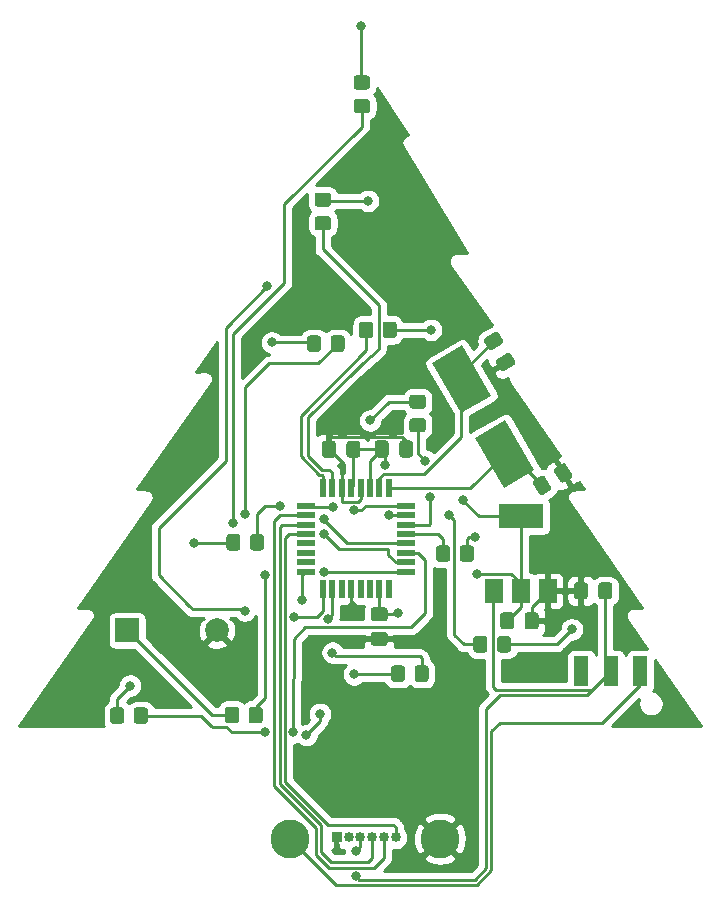
<source format=gbr>
%TF.GenerationSoftware,KiCad,Pcbnew,(5.1.10)-1*%
%TF.CreationDate,2021-11-13T13:30:36-05:00*%
%TF.ProjectId,Electronics Club,456c6563-7472-46f6-9e69-637320436c75,rev?*%
%TF.SameCoordinates,Original*%
%TF.FileFunction,Copper,L2,Bot*%
%TF.FilePolarity,Positive*%
%FSLAX46Y46*%
G04 Gerber Fmt 4.6, Leading zero omitted, Abs format (unit mm)*
G04 Created by KiCad (PCBNEW (5.1.10)-1) date 2021-11-13 13:30:36*
%MOMM*%
%LPD*%
G01*
G04 APERTURE LIST*
%TA.AperFunction,ComponentPad*%
%ADD10C,3.300000*%
%TD*%
%TA.AperFunction,ComponentPad*%
%ADD11R,2.000000X2.000000*%
%TD*%
%TA.AperFunction,ComponentPad*%
%ADD12C,2.000000*%
%TD*%
%TA.AperFunction,ComponentPad*%
%ADD13R,0.850000X0.850000*%
%TD*%
%TA.AperFunction,ComponentPad*%
%ADD14O,0.850000X0.850000*%
%TD*%
%TA.AperFunction,SMDPad,CuDef*%
%ADD15R,1.250000X2.500000*%
%TD*%
%TA.AperFunction,SMDPad,CuDef*%
%ADD16R,3.800000X2.000000*%
%TD*%
%TA.AperFunction,SMDPad,CuDef*%
%ADD17R,1.500000X2.000000*%
%TD*%
%TA.AperFunction,SMDPad,CuDef*%
%ADD18R,0.550000X1.600000*%
%TD*%
%TA.AperFunction,SMDPad,CuDef*%
%ADD19R,1.600000X0.550000*%
%TD*%
%TA.AperFunction,SMDPad,CuDef*%
%ADD20C,0.100000*%
%TD*%
%TA.AperFunction,ViaPad*%
%ADD21C,0.800000*%
%TD*%
%TA.AperFunction,Conductor*%
%ADD22C,0.250000*%
%TD*%
%TA.AperFunction,Conductor*%
%ADD23C,0.254000*%
%TD*%
%TA.AperFunction,Conductor*%
%ADD24C,0.100000*%
%TD*%
G04 APERTURE END LIST*
D10*
%TO.P,BT1,1*%
%TO.N,Net-(BT1-Pad1)*%
X176022000Y-127000000D03*
%TO.P,BT1,2*%
%TO.N,GND*%
X188722000Y-127000000D03*
%TD*%
D11*
%TO.P,BZ1,1*%
%TO.N,Net-(BZ1-Pad1)*%
X162255200Y-109372400D03*
D12*
%TO.P,BZ1,2*%
%TO.N,GND*%
X169855200Y-109372400D03*
%TD*%
%TO.P,C1,2*%
%TO.N,GND*%
%TA.AperFunction,SMDPad,CuDef*%
G36*
G01*
X201255300Y-105544600D02*
X201255300Y-106494600D01*
G75*
G02*
X201005300Y-106744600I-250000J0D01*
G01*
X200330300Y-106744600D01*
G75*
G02*
X200080300Y-106494600I0J250000D01*
G01*
X200080300Y-105544600D01*
G75*
G02*
X200330300Y-105294600I250000J0D01*
G01*
X201005300Y-105294600D01*
G75*
G02*
X201255300Y-105544600I0J-250000D01*
G01*
G37*
%TD.AperFunction*%
%TO.P,C1,1*%
%TO.N,VCC*%
%TA.AperFunction,SMDPad,CuDef*%
G36*
G01*
X203330300Y-105544600D02*
X203330300Y-106494600D01*
G75*
G02*
X203080300Y-106744600I-250000J0D01*
G01*
X202405300Y-106744600D01*
G75*
G02*
X202155300Y-106494600I0J250000D01*
G01*
X202155300Y-105544600D01*
G75*
G02*
X202405300Y-105294600I250000J0D01*
G01*
X203080300Y-105294600D01*
G75*
G02*
X203330300Y-105544600I0J-250000D01*
G01*
G37*
%TD.AperFunction*%
%TD*%
%TO.P,C2,1*%
%TO.N,+5V*%
%TA.AperFunction,SMDPad,CuDef*%
G36*
G01*
X193831900Y-109034600D02*
X193831900Y-108084600D01*
G75*
G02*
X194081900Y-107834600I250000J0D01*
G01*
X194756900Y-107834600D01*
G75*
G02*
X195006900Y-108084600I0J-250000D01*
G01*
X195006900Y-109034600D01*
G75*
G02*
X194756900Y-109284600I-250000J0D01*
G01*
X194081900Y-109284600D01*
G75*
G02*
X193831900Y-109034600I0J250000D01*
G01*
G37*
%TD.AperFunction*%
%TO.P,C2,2*%
%TO.N,GND*%
%TA.AperFunction,SMDPad,CuDef*%
G36*
G01*
X195906900Y-109034600D02*
X195906900Y-108084600D01*
G75*
G02*
X196156900Y-107834600I250000J0D01*
G01*
X196831900Y-107834600D01*
G75*
G02*
X197081900Y-108084600I0J-250000D01*
G01*
X197081900Y-109034600D01*
G75*
G02*
X196831900Y-109284600I-250000J0D01*
G01*
X196156900Y-109284600D01*
G75*
G02*
X195906900Y-109034600I0J250000D01*
G01*
G37*
%TD.AperFunction*%
%TD*%
%TO.P,C3,2*%
%TO.N,GND*%
%TA.AperFunction,SMDPad,CuDef*%
G36*
G01*
X185285800Y-94480400D02*
X185285800Y-93530400D01*
G75*
G02*
X185535800Y-93280400I250000J0D01*
G01*
X186210800Y-93280400D01*
G75*
G02*
X186460800Y-93530400I0J-250000D01*
G01*
X186460800Y-94480400D01*
G75*
G02*
X186210800Y-94730400I-250000J0D01*
G01*
X185535800Y-94730400D01*
G75*
G02*
X185285800Y-94480400I0J250000D01*
G01*
G37*
%TD.AperFunction*%
%TO.P,C3,1*%
%TO.N,+5V*%
%TA.AperFunction,SMDPad,CuDef*%
G36*
G01*
X183210800Y-94480400D02*
X183210800Y-93530400D01*
G75*
G02*
X183460800Y-93280400I250000J0D01*
G01*
X184135800Y-93280400D01*
G75*
G02*
X184385800Y-93530400I0J-250000D01*
G01*
X184385800Y-94480400D01*
G75*
G02*
X184135800Y-94730400I-250000J0D01*
G01*
X183460800Y-94730400D01*
G75*
G02*
X183210800Y-94480400I0J250000D01*
G01*
G37*
%TD.AperFunction*%
%TD*%
%TO.P,C4,1*%
%TO.N,+5V*%
%TA.AperFunction,SMDPad,CuDef*%
G36*
G01*
X183116200Y-107421100D02*
X184066200Y-107421100D01*
G75*
G02*
X184316200Y-107671100I0J-250000D01*
G01*
X184316200Y-108346100D01*
G75*
G02*
X184066200Y-108596100I-250000J0D01*
G01*
X183116200Y-108596100D01*
G75*
G02*
X182866200Y-108346100I0J250000D01*
G01*
X182866200Y-107671100D01*
G75*
G02*
X183116200Y-107421100I250000J0D01*
G01*
G37*
%TD.AperFunction*%
%TO.P,C4,2*%
%TO.N,GND*%
%TA.AperFunction,SMDPad,CuDef*%
G36*
G01*
X183116200Y-109496100D02*
X184066200Y-109496100D01*
G75*
G02*
X184316200Y-109746100I0J-250000D01*
G01*
X184316200Y-110421100D01*
G75*
G02*
X184066200Y-110671100I-250000J0D01*
G01*
X183116200Y-110671100D01*
G75*
G02*
X182866200Y-110421100I0J250000D01*
G01*
X182866200Y-109746100D01*
G75*
G02*
X183116200Y-109496100I250000J0D01*
G01*
G37*
%TD.AperFunction*%
%TD*%
%TO.P,C5,2*%
%TO.N,GND*%
%TA.AperFunction,SMDPad,CuDef*%
G36*
G01*
X179919300Y-93555800D02*
X179919300Y-94505800D01*
G75*
G02*
X179669300Y-94755800I-250000J0D01*
G01*
X178994300Y-94755800D01*
G75*
G02*
X178744300Y-94505800I0J250000D01*
G01*
X178744300Y-93555800D01*
G75*
G02*
X178994300Y-93305800I250000J0D01*
G01*
X179669300Y-93305800D01*
G75*
G02*
X179919300Y-93555800I0J-250000D01*
G01*
G37*
%TD.AperFunction*%
%TO.P,C5,1*%
%TO.N,+5V*%
%TA.AperFunction,SMDPad,CuDef*%
G36*
G01*
X181994300Y-93555800D02*
X181994300Y-94505800D01*
G75*
G02*
X181744300Y-94755800I-250000J0D01*
G01*
X181069300Y-94755800D01*
G75*
G02*
X180819300Y-94505800I0J250000D01*
G01*
X180819300Y-93555800D01*
G75*
G02*
X181069300Y-93305800I250000J0D01*
G01*
X181744300Y-93305800D01*
G75*
G02*
X181994300Y-93555800I0J-250000D01*
G01*
G37*
%TD.AperFunction*%
%TD*%
%TO.P,C6,1*%
%TO.N,GND*%
%TA.AperFunction,SMDPad,CuDef*%
G36*
G01*
X195015112Y-86936090D02*
X194192388Y-87411090D01*
G75*
G02*
X193850882Y-87319584I-125000J216506D01*
G01*
X193513382Y-86735016D01*
G75*
G02*
X193604888Y-86393510I216506J125000D01*
G01*
X194427612Y-85918510D01*
G75*
G02*
X194769118Y-86010016I125000J-216506D01*
G01*
X195106618Y-86594584D01*
G75*
G02*
X195015112Y-86936090I-216506J-125000D01*
G01*
G37*
%TD.AperFunction*%
%TO.P,C6,2*%
%TO.N,Net-(C6-Pad2)*%
%TA.AperFunction,SMDPad,CuDef*%
G36*
G01*
X193977612Y-85139088D02*
X193154888Y-85614088D01*
G75*
G02*
X192813382Y-85522582I-125000J216506D01*
G01*
X192475882Y-84938014D01*
G75*
G02*
X192567388Y-84596508I216506J125000D01*
G01*
X193390112Y-84121508D01*
G75*
G02*
X193731618Y-84213014I125000J-216506D01*
G01*
X194069118Y-84797582D01*
G75*
G02*
X193977612Y-85139088I-216506J-125000D01*
G01*
G37*
%TD.AperFunction*%
%TD*%
%TO.P,C7,1*%
%TO.N,GND*%
%TA.AperFunction,SMDPad,CuDef*%
G36*
G01*
X199445390Y-95332288D02*
X199920390Y-96155012D01*
G75*
G02*
X199828884Y-96496518I-216506J-125000D01*
G01*
X199244316Y-96834018D01*
G75*
G02*
X198902810Y-96742512I-125000J216506D01*
G01*
X198427810Y-95919788D01*
G75*
G02*
X198519316Y-95578282I216506J125000D01*
G01*
X199103884Y-95240782D01*
G75*
G02*
X199445390Y-95332288I125000J-216506D01*
G01*
G37*
%TD.AperFunction*%
%TO.P,C7,2*%
%TO.N,Net-(C7-Pad2)*%
%TA.AperFunction,SMDPad,CuDef*%
G36*
G01*
X197648388Y-96369788D02*
X198123388Y-97192512D01*
G75*
G02*
X198031882Y-97534018I-216506J-125000D01*
G01*
X197447314Y-97871518D01*
G75*
G02*
X197105808Y-97780012I-125000J216506D01*
G01*
X196630808Y-96957288D01*
G75*
G02*
X196722314Y-96615782I216506J125000D01*
G01*
X197306882Y-96278282D01*
G75*
G02*
X197648388Y-96369788I125000J-216506D01*
G01*
G37*
%TD.AperFunction*%
%TD*%
D13*
%TO.P,J1,1*%
%TO.N,GND*%
X179997600Y-126898400D03*
D14*
%TO.P,J1,2*%
%TO.N,/CTS*%
X180997600Y-126898400D03*
%TO.P,J1,3*%
%TO.N,VCC*%
X181997600Y-126898400D03*
%TO.P,J1,4*%
%TO.N,/328_RX*%
X182997600Y-126898400D03*
%TO.P,J1,5*%
%TO.N,/328_TX*%
X183997600Y-126898400D03*
%TO.P,J1,6*%
%TO.N,/RESET*%
X184997600Y-126898400D03*
%TD*%
%TO.P,R1,1*%
%TO.N,/D11MOSI*%
%TA.AperFunction,SMDPad,CuDef*%
G36*
G01*
X182568001Y-65573200D02*
X181667999Y-65573200D01*
G75*
G02*
X181418000Y-65323201I0J249999D01*
G01*
X181418000Y-64623199D01*
G75*
G02*
X181667999Y-64373200I249999J0D01*
G01*
X182568001Y-64373200D01*
G75*
G02*
X182818000Y-64623199I0J-249999D01*
G01*
X182818000Y-65323201D01*
G75*
G02*
X182568001Y-65573200I-249999J0D01*
G01*
G37*
%TD.AperFunction*%
%TO.P,R1,2*%
%TO.N,Net-(D1-Pad2)*%
%TA.AperFunction,SMDPad,CuDef*%
G36*
G01*
X182568001Y-63573200D02*
X181667999Y-63573200D01*
G75*
G02*
X181418000Y-63323201I0J249999D01*
G01*
X181418000Y-62623199D01*
G75*
G02*
X181667999Y-62373200I249999J0D01*
G01*
X182568001Y-62373200D01*
G75*
G02*
X182818000Y-62623199I0J-249999D01*
G01*
X182818000Y-63323201D01*
G75*
G02*
X182568001Y-63573200I-249999J0D01*
G01*
G37*
%TD.AperFunction*%
%TD*%
%TO.P,R2,2*%
%TO.N,Net-(D2-Pad2)*%
%TA.AperFunction,SMDPad,CuDef*%
G36*
G01*
X162007600Y-116135999D02*
X162007600Y-117036001D01*
G75*
G02*
X161757601Y-117286000I-249999J0D01*
G01*
X161057599Y-117286000D01*
G75*
G02*
X160807600Y-117036001I0J249999D01*
G01*
X160807600Y-116135999D01*
G75*
G02*
X161057599Y-115886000I249999J0D01*
G01*
X161757601Y-115886000D01*
G75*
G02*
X162007600Y-116135999I0J-249999D01*
G01*
G37*
%TD.AperFunction*%
%TO.P,R2,1*%
%TO.N,/D10*%
%TA.AperFunction,SMDPad,CuDef*%
G36*
G01*
X164007600Y-116135999D02*
X164007600Y-117036001D01*
G75*
G02*
X163757601Y-117286000I-249999J0D01*
G01*
X163057599Y-117286000D01*
G75*
G02*
X162807600Y-117036001I0J249999D01*
G01*
X162807600Y-116135999D01*
G75*
G02*
X163057599Y-115886000I249999J0D01*
G01*
X163757601Y-115886000D01*
G75*
G02*
X164007600Y-116135999I0J-249999D01*
G01*
G37*
%TD.AperFunction*%
%TD*%
%TO.P,R3,1*%
%TO.N,/D9*%
%TA.AperFunction,SMDPad,CuDef*%
G36*
G01*
X180670000Y-84639999D02*
X180670000Y-85540001D01*
G75*
G02*
X180420001Y-85790000I-249999J0D01*
G01*
X179719999Y-85790000D01*
G75*
G02*
X179470000Y-85540001I0J249999D01*
G01*
X179470000Y-84639999D01*
G75*
G02*
X179719999Y-84390000I249999J0D01*
G01*
X180420001Y-84390000D01*
G75*
G02*
X180670000Y-84639999I0J-249999D01*
G01*
G37*
%TD.AperFunction*%
%TO.P,R3,2*%
%TO.N,Net-(D3-Pad2)*%
%TA.AperFunction,SMDPad,CuDef*%
G36*
G01*
X178670000Y-84639999D02*
X178670000Y-85540001D01*
G75*
G02*
X178420001Y-85790000I-249999J0D01*
G01*
X177719999Y-85790000D01*
G75*
G02*
X177470000Y-85540001I0J249999D01*
G01*
X177470000Y-84639999D01*
G75*
G02*
X177719999Y-84390000I249999J0D01*
G01*
X178420001Y-84390000D01*
G75*
G02*
X178670000Y-84639999I0J-249999D01*
G01*
G37*
%TD.AperFunction*%
%TD*%
%TO.P,R4,2*%
%TO.N,Net-(D4-Pad2)*%
%TA.AperFunction,SMDPad,CuDef*%
G36*
G01*
X190408000Y-103320001D02*
X190408000Y-102419999D01*
G75*
G02*
X190657999Y-102170000I249999J0D01*
G01*
X191358001Y-102170000D01*
G75*
G02*
X191608000Y-102419999I0J-249999D01*
G01*
X191608000Y-103320001D01*
G75*
G02*
X191358001Y-103570000I-249999J0D01*
G01*
X190657999Y-103570000D01*
G75*
G02*
X190408000Y-103320001I0J249999D01*
G01*
G37*
%TD.AperFunction*%
%TO.P,R4,1*%
%TO.N,/D8*%
%TA.AperFunction,SMDPad,CuDef*%
G36*
G01*
X188408000Y-103320001D02*
X188408000Y-102419999D01*
G75*
G02*
X188657999Y-102170000I249999J0D01*
G01*
X189358001Y-102170000D01*
G75*
G02*
X189608000Y-102419999I0J-249999D01*
G01*
X189608000Y-103320001D01*
G75*
G02*
X189358001Y-103570000I-249999J0D01*
G01*
X188657999Y-103570000D01*
G75*
G02*
X188408000Y-103320001I0J249999D01*
G01*
G37*
%TD.AperFunction*%
%TD*%
%TO.P,R5,1*%
%TO.N,/D7*%
%TA.AperFunction,SMDPad,CuDef*%
G36*
G01*
X187292401Y-92598800D02*
X186392399Y-92598800D01*
G75*
G02*
X186142400Y-92348801I0J249999D01*
G01*
X186142400Y-91648799D01*
G75*
G02*
X186392399Y-91398800I249999J0D01*
G01*
X187292401Y-91398800D01*
G75*
G02*
X187542400Y-91648799I0J-249999D01*
G01*
X187542400Y-92348801D01*
G75*
G02*
X187292401Y-92598800I-249999J0D01*
G01*
G37*
%TD.AperFunction*%
%TO.P,R5,2*%
%TO.N,Net-(D5-Pad2)*%
%TA.AperFunction,SMDPad,CuDef*%
G36*
G01*
X187292401Y-90598800D02*
X186392399Y-90598800D01*
G75*
G02*
X186142400Y-90348801I0J249999D01*
G01*
X186142400Y-89648799D01*
G75*
G02*
X186392399Y-89398800I249999J0D01*
G01*
X187292401Y-89398800D01*
G75*
G02*
X187542400Y-89648799I0J-249999D01*
G01*
X187542400Y-90348801D01*
G75*
G02*
X187292401Y-90598800I-249999J0D01*
G01*
G37*
%TD.AperFunction*%
%TD*%
%TO.P,R6,2*%
%TO.N,Net-(D6-Pad2)*%
%TA.AperFunction,SMDPad,CuDef*%
G36*
G01*
X193557600Y-110990801D02*
X193557600Y-110090799D01*
G75*
G02*
X193807599Y-109840800I249999J0D01*
G01*
X194507601Y-109840800D01*
G75*
G02*
X194757600Y-110090799I0J-249999D01*
G01*
X194757600Y-110990801D01*
G75*
G02*
X194507601Y-111240800I-249999J0D01*
G01*
X193807599Y-111240800D01*
G75*
G02*
X193557600Y-110990801I0J249999D01*
G01*
G37*
%TD.AperFunction*%
%TO.P,R6,1*%
%TO.N,/D6*%
%TA.AperFunction,SMDPad,CuDef*%
G36*
G01*
X191557600Y-110990801D02*
X191557600Y-110090799D01*
G75*
G02*
X191807599Y-109840800I249999J0D01*
G01*
X192507601Y-109840800D01*
G75*
G02*
X192757600Y-110090799I0J-249999D01*
G01*
X192757600Y-110990801D01*
G75*
G02*
X192507601Y-111240800I-249999J0D01*
G01*
X191807599Y-111240800D01*
G75*
G02*
X191557600Y-110990801I0J249999D01*
G01*
G37*
%TD.AperFunction*%
%TD*%
%TO.P,R7,1*%
%TO.N,/D5*%
%TA.AperFunction,SMDPad,CuDef*%
G36*
G01*
X173846800Y-101454799D02*
X173846800Y-102354801D01*
G75*
G02*
X173596801Y-102604800I-249999J0D01*
G01*
X172896799Y-102604800D01*
G75*
G02*
X172646800Y-102354801I0J249999D01*
G01*
X172646800Y-101454799D01*
G75*
G02*
X172896799Y-101204800I249999J0D01*
G01*
X173596801Y-101204800D01*
G75*
G02*
X173846800Y-101454799I0J-249999D01*
G01*
G37*
%TD.AperFunction*%
%TO.P,R7,2*%
%TO.N,Net-(D7-Pad2)*%
%TA.AperFunction,SMDPad,CuDef*%
G36*
G01*
X171846800Y-101454799D02*
X171846800Y-102354801D01*
G75*
G02*
X171596801Y-102604800I-249999J0D01*
G01*
X170896799Y-102604800D01*
G75*
G02*
X170646800Y-102354801I0J249999D01*
G01*
X170646800Y-101454799D01*
G75*
G02*
X170896799Y-101204800I249999J0D01*
G01*
X171596801Y-101204800D01*
G75*
G02*
X171846800Y-101454799I0J-249999D01*
G01*
G37*
%TD.AperFunction*%
%TD*%
%TO.P,R8,2*%
%TO.N,Net-(D8-Pad2)*%
%TA.AperFunction,SMDPad,CuDef*%
G36*
G01*
X179266001Y-73498000D02*
X178365999Y-73498000D01*
G75*
G02*
X178116000Y-73248001I0J249999D01*
G01*
X178116000Y-72547999D01*
G75*
G02*
X178365999Y-72298000I249999J0D01*
G01*
X179266001Y-72298000D01*
G75*
G02*
X179516000Y-72547999I0J-249999D01*
G01*
X179516000Y-73248001D01*
G75*
G02*
X179266001Y-73498000I-249999J0D01*
G01*
G37*
%TD.AperFunction*%
%TO.P,R8,1*%
%TO.N,/D4*%
%TA.AperFunction,SMDPad,CuDef*%
G36*
G01*
X179266001Y-75498000D02*
X178365999Y-75498000D01*
G75*
G02*
X178116000Y-75248001I0J249999D01*
G01*
X178116000Y-74547999D01*
G75*
G02*
X178365999Y-74298000I249999J0D01*
G01*
X179266001Y-74298000D01*
G75*
G02*
X179516000Y-74547999I0J-249999D01*
G01*
X179516000Y-75248001D01*
G75*
G02*
X179266001Y-75498000I-249999J0D01*
G01*
G37*
%TD.AperFunction*%
%TD*%
%TO.P,R9,1*%
%TO.N,/D3*%
%TA.AperFunction,SMDPad,CuDef*%
G36*
G01*
X181873600Y-84371601D02*
X181873600Y-83471599D01*
G75*
G02*
X182123599Y-83221600I249999J0D01*
G01*
X182823601Y-83221600D01*
G75*
G02*
X183073600Y-83471599I0J-249999D01*
G01*
X183073600Y-84371601D01*
G75*
G02*
X182823601Y-84621600I-249999J0D01*
G01*
X182123599Y-84621600D01*
G75*
G02*
X181873600Y-84371601I0J249999D01*
G01*
G37*
%TD.AperFunction*%
%TO.P,R9,2*%
%TO.N,Net-(D9-Pad2)*%
%TA.AperFunction,SMDPad,CuDef*%
G36*
G01*
X183873600Y-84371601D02*
X183873600Y-83471599D01*
G75*
G02*
X184123599Y-83221600I249999J0D01*
G01*
X184823601Y-83221600D01*
G75*
G02*
X185073600Y-83471599I0J-249999D01*
G01*
X185073600Y-84371601D01*
G75*
G02*
X184823601Y-84621600I-249999J0D01*
G01*
X184123599Y-84621600D01*
G75*
G02*
X183873600Y-84371601I0J249999D01*
G01*
G37*
%TD.AperFunction*%
%TD*%
%TO.P,R10,2*%
%TO.N,Net-(D10-Pad2)*%
%TA.AperFunction,SMDPad,CuDef*%
G36*
G01*
X185782000Y-112579999D02*
X185782000Y-113480001D01*
G75*
G02*
X185532001Y-113730000I-249999J0D01*
G01*
X184831999Y-113730000D01*
G75*
G02*
X184582000Y-113480001I0J249999D01*
G01*
X184582000Y-112579999D01*
G75*
G02*
X184831999Y-112330000I249999J0D01*
G01*
X185532001Y-112330000D01*
G75*
G02*
X185782000Y-112579999I0J-249999D01*
G01*
G37*
%TD.AperFunction*%
%TO.P,R10,1*%
%TO.N,/D2*%
%TA.AperFunction,SMDPad,CuDef*%
G36*
G01*
X187782000Y-112579999D02*
X187782000Y-113480001D01*
G75*
G02*
X187532001Y-113730000I-249999J0D01*
G01*
X186831999Y-113730000D01*
G75*
G02*
X186582000Y-113480001I0J249999D01*
G01*
X186582000Y-112579999D01*
G75*
G02*
X186831999Y-112330000I249999J0D01*
G01*
X187532001Y-112330000D01*
G75*
G02*
X187782000Y-112579999I0J-249999D01*
G01*
G37*
%TD.AperFunction*%
%TD*%
%TO.P,R11,1*%
%TO.N,/D12MISO*%
%TA.AperFunction,SMDPad,CuDef*%
G36*
G01*
X173726400Y-116085199D02*
X173726400Y-116985201D01*
G75*
G02*
X173476401Y-117235200I-249999J0D01*
G01*
X172776399Y-117235200D01*
G75*
G02*
X172526400Y-116985201I0J249999D01*
G01*
X172526400Y-116085199D01*
G75*
G02*
X172776399Y-115835200I249999J0D01*
G01*
X173476401Y-115835200D01*
G75*
G02*
X173726400Y-116085199I0J-249999D01*
G01*
G37*
%TD.AperFunction*%
%TO.P,R11,2*%
%TO.N,Net-(BZ1-Pad1)*%
%TA.AperFunction,SMDPad,CuDef*%
G36*
G01*
X171726400Y-116085199D02*
X171726400Y-116985201D01*
G75*
G02*
X171476401Y-117235200I-249999J0D01*
G01*
X170776399Y-117235200D01*
G75*
G02*
X170526400Y-116985201I0J249999D01*
G01*
X170526400Y-116085199D01*
G75*
G02*
X170776399Y-115835200I249999J0D01*
G01*
X171476401Y-115835200D01*
G75*
G02*
X171726400Y-116085199I0J-249999D01*
G01*
G37*
%TD.AperFunction*%
%TD*%
D15*
%TO.P,SW1,1*%
%TO.N,Net-(BT1-Pad1)*%
X205700000Y-112820000D03*
%TO.P,SW1,2*%
%TO.N,VCC*%
X203200000Y-112820000D03*
%TO.P,SW1,3*%
%TO.N,N/C*%
X200700000Y-112820000D03*
%TD*%
D16*
%TO.P,U2,2*%
%TO.N,+5V*%
X195580000Y-99720000D03*
D17*
X195580000Y-106020000D03*
%TO.P,U2,3*%
%TO.N,VCC*%
X193280000Y-106020000D03*
%TO.P,U2,1*%
%TO.N,GND*%
X197880000Y-106020000D03*
%TD*%
D18*
%TO.P,U3,1*%
%TO.N,/D3*%
X178810000Y-97350000D03*
%TO.P,U3,2*%
%TO.N,/D4*%
X179610000Y-97350000D03*
%TO.P,U3,3*%
%TO.N,GND*%
X180410000Y-97350000D03*
%TO.P,U3,4*%
%TO.N,+5V*%
X181210000Y-97350000D03*
%TO.P,U3,5*%
%TO.N,GND*%
X182010000Y-97350000D03*
%TO.P,U3,6*%
%TO.N,+5V*%
X182810000Y-97350000D03*
%TO.P,U3,7*%
%TO.N,Net-(C6-Pad2)*%
X183610000Y-97350000D03*
%TO.P,U3,8*%
%TO.N,Net-(C7-Pad2)*%
X184410000Y-97350000D03*
D19*
%TO.P,U3,9*%
%TO.N,/D5*%
X185860000Y-98800000D03*
%TO.P,U3,10*%
%TO.N,/D6*%
X185860000Y-99600000D03*
%TO.P,U3,11*%
%TO.N,/D7*%
X185860000Y-100400000D03*
%TO.P,U3,12*%
%TO.N,/D8*%
X185860000Y-101200000D03*
%TO.P,U3,13*%
%TO.N,/D9*%
X185860000Y-102000000D03*
%TO.P,U3,14*%
%TO.N,/D10*%
X185860000Y-102800000D03*
%TO.P,U3,15*%
%TO.N,/D11MOSI*%
X185860000Y-103600000D03*
%TO.P,U3,16*%
%TO.N,/D12MISO*%
X185860000Y-104400000D03*
D18*
%TO.P,U3,17*%
%TO.N,/D13SCK*%
X184410000Y-105850000D03*
%TO.P,U3,18*%
%TO.N,+5V*%
X183610000Y-105850000D03*
%TO.P,U3,19*%
%TO.N,Net-(U3-Pad19)*%
X182810000Y-105850000D03*
%TO.P,U3,20*%
%TO.N,Net-(U3-Pad20)*%
X182010000Y-105850000D03*
%TO.P,U3,21*%
%TO.N,GND*%
X181210000Y-105850000D03*
%TO.P,U3,22*%
%TO.N,Net-(U3-Pad22)*%
X180410000Y-105850000D03*
%TO.P,U3,23*%
%TO.N,/D14*%
X179610000Y-105850000D03*
%TO.P,U3,24*%
%TO.N,/D15*%
X178810000Y-105850000D03*
D19*
%TO.P,U3,25*%
%TO.N,/D16*%
X177360000Y-104400000D03*
%TO.P,U3,26*%
%TO.N,/D17*%
X177360000Y-103600000D03*
%TO.P,U3,27*%
%TO.N,/D18*%
X177360000Y-102800000D03*
%TO.P,U3,28*%
%TO.N,/D19*%
X177360000Y-102000000D03*
%TO.P,U3,29*%
%TO.N,/RESET*%
X177360000Y-101200000D03*
%TO.P,U3,30*%
%TO.N,/328_RX*%
X177360000Y-100400000D03*
%TO.P,U3,31*%
%TO.N,/328_TX*%
X177360000Y-99600000D03*
%TO.P,U3,32*%
%TO.N,/D2*%
X177360000Y-98800000D03*
%TD*%
%TA.AperFunction,SMDPad,CuDef*%
D20*
%TO.P,Y1,1*%
%TO.N,Net-(C6-Pad2)*%
G36*
X188034362Y-86743452D02*
G01*
X190632438Y-85243452D01*
X193082438Y-89486976D01*
X190484362Y-90986976D01*
X188034362Y-86743452D01*
G37*
%TD.AperFunction*%
%TA.AperFunction,SMDPad,CuDef*%
%TO.P,Y1,2*%
%TO.N,Net-(C7-Pad2)*%
G36*
X191684362Y-93065438D02*
G01*
X194282438Y-91565438D01*
X196732438Y-95808962D01*
X194134362Y-97308962D01*
X191684362Y-93065438D01*
G37*
%TD.AperFunction*%
%TD*%
D21*
%TO.N,GND*%
X183502300Y-69303900D03*
X176987200Y-75590400D03*
X196811900Y-92773500D03*
X200621900Y-102108000D03*
X209410300Y-116446300D03*
X155384500Y-116217700D03*
X160578800Y-106400600D03*
X165138100Y-96469200D03*
X180467000Y-123405900D03*
X186093100Y-123494800D03*
X181965600Y-107645200D03*
X178943000Y-91986100D03*
%TO.N,VCC*%
X181610000Y-130186600D03*
X181610000Y-128060190D03*
%TO.N,+5V*%
X191897000Y-104597200D03*
X185166000Y-107924600D03*
X190703200Y-98361500D03*
X184069740Y-95363200D03*
%TO.N,Net-(D1-Pad2)*%
X182016400Y-58166000D03*
%TO.N,Net-(D2-Pad2)*%
X162509200Y-114046000D03*
%TO.N,Net-(D3-Pad2)*%
X174498000Y-84988400D03*
%TO.N,Net-(D4-Pad2)*%
X191744600Y-101460300D03*
%TO.N,Net-(D5-Pad2)*%
X182829200Y-91592400D03*
%TO.N,Net-(D6-Pad2)*%
X199898000Y-109270800D03*
%TO.N,Net-(D7-Pad2)*%
X167944800Y-101955600D03*
%TO.N,Net-(D8-Pad2)*%
X182626000Y-72999600D03*
%TO.N,Net-(D9-Pad2)*%
X187960000Y-83921600D03*
%TO.N,Net-(D10-Pad2)*%
X181457600Y-113080800D03*
%TO.N,/D11MOSI*%
X178892200Y-101193600D03*
X171246800Y-100253800D03*
%TO.N,/D10*%
X173925400Y-118008400D03*
X176326800Y-118008400D03*
%TO.N,/D9*%
X178903800Y-99949000D03*
X172262800Y-99491800D03*
%TO.N,/D7*%
X187883800Y-98075000D03*
X187485447Y-95004047D03*
%TO.N,/D6*%
X184422800Y-99600000D03*
X189534800Y-99618800D03*
%TO.N,/D5*%
X175209200Y-98856800D03*
X181457600Y-99212400D03*
%TO.N,/D2*%
X179628800Y-111252000D03*
X179679600Y-98907600D03*
%TO.N,/D12MISO*%
X173888400Y-104648000D03*
X178903800Y-104449998D03*
%TO.N,/D14*%
X174117000Y-80238600D03*
X172212000Y-107696000D03*
X177419000Y-118237000D03*
X178562000Y-116433600D03*
X179273200Y-108393400D03*
%TO.N,/D15*%
X176352200Y-108254800D03*
%TO.N,/D16*%
X177088800Y-106832400D03*
%TD*%
D22*
%TO.N,Net-(BT1-Pad1)*%
X205700000Y-112820000D02*
X205700000Y-113832000D01*
X179933600Y-130911600D02*
X176022000Y-127000000D01*
X191871600Y-130911600D02*
X179933600Y-130911600D01*
X193090800Y-129692400D02*
X191871600Y-130911600D01*
X193090800Y-117906800D02*
X193090800Y-129692400D01*
X202488800Y-117195600D02*
X193802000Y-117195600D01*
X193802000Y-117195600D02*
X193090800Y-117906800D01*
X205700000Y-113984400D02*
X202488800Y-117195600D01*
X205700000Y-112820000D02*
X205700000Y-113984400D01*
%TO.N,GND*%
X197880400Y-106019600D02*
X197880000Y-106020000D01*
X200667800Y-106019600D02*
X197880400Y-106019600D01*
X196494400Y-107405600D02*
X197880000Y-106020000D01*
X196494400Y-108559600D02*
X196494400Y-107405600D01*
X180410000Y-95109000D02*
X179331800Y-94030800D01*
X180410000Y-97350000D02*
X180410000Y-95109000D01*
X185873300Y-94005400D02*
X185873300Y-93315700D01*
X185512990Y-92955390D02*
X179510410Y-92955390D01*
X185873300Y-93315700D02*
X185512990Y-92955390D01*
X179331800Y-93134000D02*
X179331800Y-94030800D01*
X179510410Y-92955390D02*
X179331800Y-93134000D01*
X181210000Y-106889600D02*
X181965600Y-107645200D01*
X181210000Y-105850000D02*
X181210000Y-106889600D01*
X180410000Y-97350000D02*
X180410000Y-98469600D01*
X180427799Y-98487399D02*
X181799399Y-98487399D01*
X180410000Y-98469600D02*
X180427799Y-98487399D01*
X182010000Y-98276798D02*
X182010000Y-97350000D01*
X181799399Y-98487399D02*
X182010000Y-98276798D01*
X182010000Y-97350000D02*
X182010000Y-96970900D01*
%TO.N,Net-(BZ1-Pad1)*%
X169418000Y-116535200D02*
X162255200Y-109372400D01*
X171126400Y-116535200D02*
X169418000Y-116535200D01*
%TO.N,VCC*%
X202742800Y-112362800D02*
X203200000Y-112820000D01*
X202742800Y-106019600D02*
X202742800Y-112362800D01*
X201624999Y-114395001D02*
X193490601Y-114395001D01*
X203200000Y-112820000D02*
X201624999Y-114395001D01*
X193232590Y-106067410D02*
X193280000Y-106020000D01*
X193232590Y-114136990D02*
X193232590Y-106067410D01*
X193490601Y-114395001D02*
X193232590Y-114136990D01*
X201225001Y-114794999D02*
X193815001Y-114794999D01*
X203200000Y-112820000D02*
X201225001Y-114794999D01*
X193815001Y-114794999D02*
X192623790Y-115986210D01*
X192623790Y-129123790D02*
X192640790Y-129140790D01*
X192623790Y-115986210D02*
X192623790Y-129123790D01*
X192640790Y-129140790D02*
X192640790Y-129506000D01*
X192640790Y-129506000D02*
X191685200Y-130461590D01*
X181884990Y-130461590D02*
X181610000Y-130186600D01*
X191685200Y-130461590D02*
X181884990Y-130461590D01*
X181997600Y-127672590D02*
X181997600Y-126898400D01*
X181610000Y-128060190D02*
X181997600Y-127672590D01*
%TO.N,+5V*%
X195580000Y-107399000D02*
X194419400Y-108559600D01*
X195580000Y-106020000D02*
X195580000Y-107399000D01*
X183591200Y-105868800D02*
X183610000Y-105850000D01*
X183591200Y-108008600D02*
X183591200Y-105868800D01*
X181406800Y-97153200D02*
X181210000Y-97350000D01*
X181406800Y-94030800D02*
X181406800Y-97153200D01*
X195580000Y-99720000D02*
X195580000Y-106020000D01*
X181432200Y-94005400D02*
X181406800Y-94030800D01*
X183798300Y-94005400D02*
X181432200Y-94005400D01*
X182810000Y-94993700D02*
X182810000Y-97350000D01*
X183798300Y-94005400D02*
X182810000Y-94993700D01*
X195580000Y-106020000D02*
X195580000Y-105384600D01*
X195580000Y-105384600D02*
X194792600Y-104597200D01*
X194792600Y-104597200D02*
X191897000Y-104597200D01*
X185082000Y-108008600D02*
X185166000Y-107924600D01*
X183591200Y-108008600D02*
X185082000Y-108008600D01*
X195580000Y-99720000D02*
X192010900Y-99720000D01*
X190703200Y-98412300D02*
X190703200Y-98361500D01*
X192010900Y-99720000D02*
X190703200Y-98412300D01*
X184069740Y-94276840D02*
X183798300Y-94005400D01*
X184069740Y-95363200D02*
X184069740Y-94276840D01*
%TO.N,Net-(C6-Pad2)*%
X190558400Y-87581898D02*
X190558400Y-88115214D01*
X193272500Y-84867798D02*
X190558400Y-87581898D01*
X183610000Y-97350000D02*
X183610000Y-96475800D01*
X183610000Y-96475800D02*
X183997600Y-96088200D01*
X183997600Y-96088200D02*
X187426600Y-96088200D01*
X190558400Y-92956400D02*
X190558400Y-88115214D01*
X187426600Y-96088200D02*
X190558400Y-92956400D01*
%TO.N,Net-(C7-Pad2)*%
X191295600Y-97350000D02*
X194208400Y-94437200D01*
X184410000Y-97350000D02*
X191295600Y-97350000D01*
X194739398Y-94437200D02*
X194208400Y-94437200D01*
X197377098Y-97074900D02*
X194739398Y-94437200D01*
%TO.N,Net-(D1-Pad2)*%
X182016400Y-62871600D02*
X182118000Y-62973200D01*
X182016400Y-58166000D02*
X182016400Y-62871600D01*
%TO.N,Net-(D2-Pad2)*%
X161407600Y-115147600D02*
X161407600Y-116586000D01*
X162509200Y-114046000D02*
X161407600Y-115147600D01*
%TO.N,Net-(D3-Pad2)*%
X177968400Y-84988400D02*
X178070000Y-85090000D01*
X174498000Y-84988400D02*
X177968400Y-84988400D01*
%TO.N,Net-(D4-Pad2)*%
X191008000Y-102870000D02*
X191008000Y-101663500D01*
X191211200Y-101460300D02*
X191744600Y-101460300D01*
X191008000Y-101663500D02*
X191211200Y-101460300D01*
%TO.N,Net-(D5-Pad2)*%
X184422800Y-89998800D02*
X182829200Y-91592400D01*
X186842400Y-89998800D02*
X184422800Y-89998800D01*
%TO.N,Net-(D6-Pad2)*%
X198628000Y-110540800D02*
X195259200Y-110540800D01*
X199898000Y-109270800D02*
X198628000Y-110540800D01*
X195259200Y-110540800D02*
X194157600Y-110540800D01*
%TO.N,Net-(D7-Pad2)*%
X171196000Y-101955600D02*
X171246800Y-101904800D01*
X167944800Y-101955600D02*
X171196000Y-101955600D01*
%TO.N,Net-(D8-Pad2)*%
X178917600Y-72999600D02*
X178816000Y-72898000D01*
X182626000Y-72999600D02*
X178917600Y-72999600D01*
%TO.N,Net-(D9-Pad2)*%
X187960000Y-83921600D02*
X184473600Y-83921600D01*
%TO.N,Net-(D10-Pad2)*%
X185131200Y-113080800D02*
X185182000Y-113030000D01*
X181457600Y-113080800D02*
X185131200Y-113080800D01*
%TO.N,/328_RX*%
X182997600Y-128639989D02*
X182997600Y-126898400D01*
X182626000Y-129011589D02*
X182997600Y-128639989D01*
X179533599Y-129011589D02*
X182626000Y-129011589D01*
X178681810Y-128159800D02*
X179533599Y-129011589D01*
X175151210Y-100641990D02*
X175151210Y-122343200D01*
X178681810Y-125873800D02*
X178681810Y-128159800D01*
X175393200Y-100400000D02*
X175151210Y-100641990D01*
X175151210Y-122343200D02*
X178681810Y-125873800D01*
X177360000Y-100400000D02*
X175393200Y-100400000D01*
%TO.N,/328_TX*%
X177360000Y-99600000D02*
X175177200Y-99600000D01*
X175177200Y-99600000D02*
X174701200Y-100076000D01*
X174701200Y-100076000D02*
X174701200Y-122529600D01*
X174701200Y-122529600D02*
X178231800Y-126060200D01*
X178231800Y-126060200D02*
X178231800Y-128346200D01*
X179347199Y-129461599D02*
X183182599Y-129461599D01*
X178231800Y-128346200D02*
X179347199Y-129461599D01*
X183997600Y-128646598D02*
X183997600Y-126898400D01*
X183182599Y-129461599D02*
X183997600Y-128646598D01*
%TO.N,/RESET*%
X175651441Y-118733401D02*
X175651441Y-122207021D01*
X175601799Y-118682601D02*
X175601220Y-118683180D01*
X175651441Y-122207021D02*
X179247599Y-125803179D01*
X175601220Y-118683180D02*
X175651441Y-118733401D01*
X175601799Y-101512201D02*
X175601799Y-118682601D01*
X177360000Y-101200000D02*
X175914000Y-101200000D01*
X175914000Y-101200000D02*
X175601799Y-101512201D01*
X179247599Y-125803179D02*
X184781979Y-125803179D01*
X184997600Y-126018800D02*
X184997600Y-126898400D01*
X184781979Y-125803179D02*
X184997600Y-126018800D01*
%TO.N,/D11MOSI*%
X184999998Y-103600000D02*
X184353200Y-102953202D01*
X185860000Y-103600000D02*
X184999998Y-103600000D01*
X184353200Y-102463600D02*
X184339610Y-102450010D01*
X184353200Y-102953202D02*
X184353200Y-102463600D01*
X184339610Y-102450010D02*
X180148610Y-102450010D01*
X180148610Y-102450010D02*
X178892200Y-101193600D01*
X171246800Y-100253800D02*
X171246800Y-84277200D01*
X171246800Y-84277200D02*
X175564800Y-79959200D01*
X175564800Y-79959200D02*
X175564800Y-73279000D01*
X182118000Y-66725800D02*
X182118000Y-64973200D01*
X175564800Y-73279000D02*
X182118000Y-66725800D01*
%TO.N,/D10*%
X163407600Y-116586000D02*
X168503600Y-116586000D01*
X168503600Y-116586000D02*
X169367200Y-117449600D01*
X169477810Y-117560210D02*
X170646210Y-117560210D01*
X169367200Y-117449600D02*
X169477810Y-117560210D01*
X170646210Y-117560210D02*
X171094400Y-118008400D01*
X171094400Y-118008400D02*
X173888400Y-118008400D01*
X173888400Y-118008400D02*
X173925400Y-118008400D01*
X176326800Y-113480998D02*
X176377600Y-113430198D01*
X176326800Y-118008400D02*
X176326800Y-113480998D01*
X176377600Y-113430198D02*
X176377600Y-110083600D01*
X176377600Y-110083600D02*
X177342800Y-109118400D01*
X177342800Y-109118400D02*
X186283600Y-109118400D01*
X186283600Y-109118400D02*
X187502800Y-107899200D01*
X186910000Y-102800000D02*
X185860000Y-102800000D01*
X187502800Y-103392800D02*
X186910000Y-102800000D01*
X187502800Y-107899200D02*
X187502800Y-103392800D01*
%TO.N,/D9*%
X185860000Y-102000000D02*
X180892400Y-102000000D01*
X178903800Y-100011400D02*
X178903800Y-99949000D01*
X180892400Y-102000000D02*
X178903800Y-100011400D01*
X172262800Y-99491800D02*
X172262800Y-88798400D01*
X172262800Y-88798400D02*
X174294800Y-86766400D01*
X178393600Y-86766400D02*
X180070000Y-85090000D01*
X174294800Y-86766400D02*
X178393600Y-86766400D01*
%TO.N,/D8*%
X189008000Y-102870000D02*
X189008000Y-101606600D01*
X188601400Y-101200000D02*
X185860000Y-101200000D01*
X189008000Y-101606600D02*
X188601400Y-101200000D01*
%TO.N,/D7*%
X185860000Y-100400000D02*
X187839200Y-100400000D01*
X187883800Y-100355400D02*
X187883800Y-98075000D01*
X187839200Y-100400000D02*
X187883800Y-100355400D01*
X186842400Y-94361000D02*
X186842400Y-91998800D01*
X187485447Y-95004047D02*
X186842400Y-94361000D01*
%TO.N,/D6*%
X185860000Y-99600000D02*
X184422800Y-99600000D01*
X189934799Y-100018799D02*
X189934799Y-109721599D01*
X189534800Y-99618800D02*
X189934799Y-100018799D01*
X190754000Y-110540800D02*
X192157600Y-110540800D01*
X189934799Y-109721599D02*
X190754000Y-110540800D01*
%TO.N,/D5*%
X173246800Y-101904800D02*
X173246800Y-99549200D01*
X173246800Y-99549200D02*
X173939200Y-98856800D01*
X173939200Y-98856800D02*
X175209200Y-98856800D01*
X182435685Y-98800000D02*
X185860000Y-98800000D01*
X182023285Y-99212400D02*
X182435685Y-98800000D01*
X181457600Y-99212400D02*
X182023285Y-99212400D01*
%TO.N,/D4*%
X178816000Y-77098020D02*
X178816000Y-74898000D01*
X183548590Y-85539010D02*
X183548590Y-81830610D01*
X182219600Y-86766400D02*
X183548590Y-85539010D01*
X181559200Y-87376000D02*
X182219600Y-86766400D01*
X177596800Y-91338400D02*
X181559200Y-87376000D01*
X177596800Y-94640400D02*
X177596800Y-91338400D01*
X183548590Y-81830610D02*
X178816000Y-77098020D01*
X178714400Y-95758000D02*
X177596800Y-94640400D01*
X179374800Y-95758000D02*
X178714400Y-95758000D01*
X179610000Y-95993200D02*
X179374800Y-95758000D01*
X179610000Y-97350000D02*
X179610000Y-95993200D01*
%TO.N,/D3*%
X182473600Y-85648800D02*
X182473600Y-83921600D01*
X176936400Y-94616410D02*
X176936400Y-91186000D01*
X178527999Y-96208009D02*
X176936400Y-94616410D01*
X176936400Y-91186000D02*
X182473600Y-85648800D01*
X178718010Y-96208010D02*
X178527999Y-96208009D01*
X178810000Y-96300000D02*
X178718010Y-96208010D01*
X178810000Y-97350000D02*
X178810000Y-96300000D01*
%TO.N,/D2*%
X187182000Y-113030000D02*
X187182000Y-111693200D01*
X187182000Y-111693200D02*
X187045600Y-111556800D01*
X179933600Y-111556800D02*
X179628800Y-111252000D01*
X187045600Y-111556800D02*
X179933600Y-111556800D01*
X177467600Y-98907600D02*
X177360000Y-98800000D01*
X179679600Y-98907600D02*
X177467600Y-98907600D01*
%TO.N,/D12MISO*%
X173126400Y-116535200D02*
X173126400Y-115874800D01*
X173126400Y-115874800D02*
X173888400Y-115112800D01*
X173888400Y-115112800D02*
X173888400Y-104648000D01*
X185810002Y-104449998D02*
X185860000Y-104400000D01*
X178903800Y-104449998D02*
X185810002Y-104449998D01*
%TO.N,/D14*%
X174117000Y-80238600D02*
X170611800Y-83743800D01*
X170611800Y-83743800D02*
X170611800Y-94996000D01*
X170611800Y-94996000D02*
X164922200Y-100685600D01*
X164922200Y-100685600D02*
X164922200Y-104698800D01*
X164922200Y-104698800D02*
X167513000Y-107289600D01*
X167513000Y-107289600D02*
X167792400Y-107569000D01*
X167792400Y-107569000D02*
X172085000Y-107569000D01*
X172085000Y-107569000D02*
X172212000Y-107696000D01*
X172212000Y-107696000D02*
X172339000Y-107696000D01*
X177419000Y-118237000D02*
X178612800Y-117043200D01*
X178612800Y-116484400D02*
X178562000Y-116433600D01*
X178612800Y-117043200D02*
X178612800Y-116484400D01*
X179610000Y-108056600D02*
X179610000Y-105850000D01*
X179273200Y-108393400D02*
X179610000Y-108056600D01*
%TO.N,/D15*%
X176352200Y-108254800D02*
X178308000Y-108254800D01*
X178810000Y-107752800D02*
X178810000Y-105850000D01*
X178308000Y-108254800D02*
X178810000Y-107752800D01*
%TO.N,/D16*%
X177088800Y-104671200D02*
X177360000Y-104400000D01*
X177088800Y-106832400D02*
X177088800Y-104671200D01*
%TD*%
D23*
%TO.N,GND*%
X188318149Y-104140472D02*
X188484745Y-104191008D01*
X188657999Y-104208072D01*
X189174799Y-104208072D01*
X189174800Y-109684267D01*
X189171123Y-109721599D01*
X189174800Y-109758932D01*
X189185484Y-109867402D01*
X189185797Y-109870584D01*
X189229253Y-110013845D01*
X189299825Y-110145875D01*
X189370871Y-110232444D01*
X189394799Y-110261600D01*
X189423797Y-110285398D01*
X190190201Y-111051802D01*
X190213999Y-111080801D01*
X190329724Y-111175774D01*
X190461753Y-111246346D01*
X190605014Y-111289803D01*
X190716667Y-111300800D01*
X190716676Y-111300800D01*
X190753999Y-111304476D01*
X190791322Y-111300800D01*
X190978073Y-111300800D01*
X190987128Y-111330651D01*
X191069195Y-111484187D01*
X191179638Y-111618762D01*
X191314213Y-111729205D01*
X191467749Y-111811272D01*
X191634345Y-111861808D01*
X191807599Y-111878872D01*
X192472590Y-111878872D01*
X192472590Y-114099668D01*
X192468914Y-114136990D01*
X192472590Y-114174312D01*
X192472590Y-114174322D01*
X192483587Y-114285975D01*
X192513299Y-114383923D01*
X192527044Y-114429236D01*
X192597616Y-114561266D01*
X192613814Y-114581003D01*
X192692589Y-114676991D01*
X192721593Y-114700794D01*
X192777999Y-114757200D01*
X192112793Y-115422406D01*
X192083789Y-115446209D01*
X192039197Y-115500545D01*
X191988816Y-115561934D01*
X191955746Y-115623803D01*
X191918244Y-115693964D01*
X191874787Y-115837225D01*
X191863790Y-115948878D01*
X191863790Y-115948888D01*
X191860114Y-115986210D01*
X191863790Y-116023532D01*
X191863791Y-129086458D01*
X191860114Y-129123790D01*
X191863791Y-129161123D01*
X191868012Y-129203977D01*
X191370399Y-129701590D01*
X184017410Y-129701590D01*
X184508609Y-129210392D01*
X184537601Y-129186599D01*
X184561395Y-129157606D01*
X184561399Y-129157602D01*
X184632573Y-129070875D01*
X184632574Y-129070874D01*
X184703146Y-128938845D01*
X184746603Y-128795584D01*
X184757600Y-128683931D01*
X184757600Y-128683922D01*
X184761276Y-128646599D01*
X184757600Y-128609276D01*
X184757600Y-128598435D01*
X187303170Y-128598435D01*
X187477223Y-128929354D01*
X187877540Y-129135125D01*
X188310308Y-129258846D01*
X188758898Y-129295759D01*
X189206070Y-129244449D01*
X189634639Y-129106885D01*
X189966777Y-128929354D01*
X190140830Y-128598435D01*
X188722000Y-127179605D01*
X187303170Y-128598435D01*
X184757600Y-128598435D01*
X184757600Y-127931428D01*
X184893199Y-127958400D01*
X185102001Y-127958400D01*
X185306791Y-127917665D01*
X185499698Y-127837760D01*
X185673311Y-127721756D01*
X185820956Y-127574111D01*
X185936960Y-127400498D01*
X186016865Y-127207591D01*
X186050817Y-127036898D01*
X186426241Y-127036898D01*
X186477551Y-127484070D01*
X186615115Y-127912639D01*
X186792646Y-128244777D01*
X187123565Y-128418830D01*
X188542395Y-127000000D01*
X188901605Y-127000000D01*
X190320435Y-128418830D01*
X190651354Y-128244777D01*
X190857125Y-127844460D01*
X190980846Y-127411692D01*
X191017759Y-126963102D01*
X190966449Y-126515930D01*
X190828885Y-126087361D01*
X190651354Y-125755223D01*
X190320435Y-125581170D01*
X188901605Y-127000000D01*
X188542395Y-127000000D01*
X187123565Y-125581170D01*
X186792646Y-125755223D01*
X186586875Y-126155540D01*
X186463154Y-126588308D01*
X186426241Y-127036898D01*
X186050817Y-127036898D01*
X186057600Y-127002801D01*
X186057600Y-126793999D01*
X186016865Y-126589209D01*
X185936960Y-126396302D01*
X185820956Y-126222689D01*
X185757600Y-126159333D01*
X185757600Y-126056122D01*
X185761276Y-126018799D01*
X185757600Y-125981476D01*
X185757600Y-125981467D01*
X185746603Y-125869814D01*
X185703146Y-125726553D01*
X185632574Y-125594524D01*
X185537601Y-125478799D01*
X185508598Y-125454997D01*
X185455166Y-125401565D01*
X187303170Y-125401565D01*
X188722000Y-126820395D01*
X190140830Y-125401565D01*
X189966777Y-125070646D01*
X189566460Y-124864875D01*
X189133692Y-124741154D01*
X188685102Y-124704241D01*
X188237930Y-124755551D01*
X187809361Y-124893115D01*
X187477223Y-125070646D01*
X187303170Y-125401565D01*
X185455166Y-125401565D01*
X185345783Y-125292182D01*
X185321980Y-125263178D01*
X185206255Y-125168205D01*
X185074226Y-125097633D01*
X184930965Y-125054176D01*
X184819312Y-125043179D01*
X184819301Y-125043179D01*
X184781979Y-125039503D01*
X184744657Y-125043179D01*
X179562402Y-125043179D01*
X176411441Y-121892220D01*
X176411441Y-119043400D01*
X176428739Y-119043400D01*
X176628698Y-119003626D01*
X176694612Y-118976323D01*
X176759226Y-119040937D01*
X176928744Y-119154205D01*
X177117102Y-119232226D01*
X177317061Y-119272000D01*
X177520939Y-119272000D01*
X177720898Y-119232226D01*
X177909256Y-119154205D01*
X178078774Y-119040937D01*
X178222937Y-118896774D01*
X178336205Y-118727256D01*
X178414226Y-118538898D01*
X178454000Y-118338939D01*
X178454000Y-118276801D01*
X179123804Y-117606998D01*
X179152801Y-117583201D01*
X179206192Y-117518144D01*
X179247774Y-117467477D01*
X179318346Y-117335447D01*
X179318481Y-117335003D01*
X179361803Y-117192186D01*
X179372503Y-117083547D01*
X179479205Y-116923856D01*
X179557226Y-116735498D01*
X179597000Y-116535539D01*
X179597000Y-116331661D01*
X179557226Y-116131702D01*
X179479205Y-115943344D01*
X179365937Y-115773826D01*
X179221774Y-115629663D01*
X179052256Y-115516395D01*
X178863898Y-115438374D01*
X178663939Y-115398600D01*
X178460061Y-115398600D01*
X178260102Y-115438374D01*
X178071744Y-115516395D01*
X177902226Y-115629663D01*
X177758063Y-115773826D01*
X177644795Y-115943344D01*
X177566774Y-116131702D01*
X177527000Y-116331661D01*
X177527000Y-116535539D01*
X177566774Y-116735498D01*
X177644795Y-116923856D01*
X177649821Y-116931378D01*
X177379199Y-117202000D01*
X177317061Y-117202000D01*
X177117102Y-117241774D01*
X177086800Y-117254326D01*
X177086800Y-113710399D01*
X177126603Y-113579184D01*
X177137600Y-113467531D01*
X177137600Y-113467521D01*
X177141276Y-113430199D01*
X177137600Y-113392876D01*
X177137600Y-111150061D01*
X178593800Y-111150061D01*
X178593800Y-111353939D01*
X178633574Y-111553898D01*
X178711595Y-111742256D01*
X178824863Y-111911774D01*
X178969026Y-112055937D01*
X179138544Y-112169205D01*
X179326902Y-112247226D01*
X179526861Y-112287000D01*
X179722628Y-112287000D01*
X179784614Y-112305803D01*
X179896267Y-112316800D01*
X179896276Y-112316800D01*
X179933599Y-112320476D01*
X179970922Y-112316800D01*
X180757889Y-112316800D01*
X180653663Y-112421026D01*
X180540395Y-112590544D01*
X180462374Y-112778902D01*
X180422600Y-112978861D01*
X180422600Y-113182739D01*
X180462374Y-113382698D01*
X180540395Y-113571056D01*
X180653663Y-113740574D01*
X180797826Y-113884737D01*
X180967344Y-113998005D01*
X181155702Y-114076026D01*
X181355661Y-114115800D01*
X181559539Y-114115800D01*
X181759498Y-114076026D01*
X181947856Y-113998005D01*
X182117374Y-113884737D01*
X182161311Y-113840800D01*
X184022726Y-113840800D01*
X184093595Y-113973387D01*
X184204038Y-114107962D01*
X184338613Y-114218405D01*
X184492149Y-114300472D01*
X184658745Y-114351008D01*
X184831999Y-114368072D01*
X185532001Y-114368072D01*
X185705255Y-114351008D01*
X185871851Y-114300472D01*
X186025387Y-114218405D01*
X186159962Y-114107962D01*
X186182000Y-114081109D01*
X186204038Y-114107962D01*
X186338613Y-114218405D01*
X186492149Y-114300472D01*
X186658745Y-114351008D01*
X186831999Y-114368072D01*
X187532001Y-114368072D01*
X187705255Y-114351008D01*
X187871851Y-114300472D01*
X188025387Y-114218405D01*
X188159962Y-114107962D01*
X188270405Y-113973387D01*
X188352472Y-113819851D01*
X188403008Y-113653255D01*
X188420072Y-113480001D01*
X188420072Y-112579999D01*
X188403008Y-112406745D01*
X188352472Y-112240149D01*
X188270405Y-112086613D01*
X188159962Y-111952038D01*
X188025387Y-111841595D01*
X187942000Y-111797024D01*
X187942000Y-111730525D01*
X187945676Y-111693200D01*
X187942000Y-111655875D01*
X187942000Y-111655867D01*
X187931003Y-111544214D01*
X187887546Y-111400953D01*
X187816974Y-111268924D01*
X187722001Y-111153199D01*
X187692997Y-111129396D01*
X187609404Y-111045803D01*
X187585601Y-111016799D01*
X187469876Y-110921826D01*
X187337847Y-110851254D01*
X187194586Y-110807797D01*
X187082933Y-110796800D01*
X187082922Y-110796800D01*
X187045600Y-110793124D01*
X187008278Y-110796800D01*
X184941643Y-110796800D01*
X184942012Y-110795582D01*
X184954272Y-110671100D01*
X184951200Y-110369350D01*
X184792450Y-110210600D01*
X183718200Y-110210600D01*
X183718200Y-110230600D01*
X183464200Y-110230600D01*
X183464200Y-110210600D01*
X182389950Y-110210600D01*
X182231200Y-110369350D01*
X182228128Y-110671100D01*
X182240388Y-110795582D01*
X182240757Y-110796800D01*
X180560526Y-110796800D01*
X180546005Y-110761744D01*
X180432737Y-110592226D01*
X180288574Y-110448063D01*
X180119056Y-110334795D01*
X179930698Y-110256774D01*
X179730739Y-110217000D01*
X179526861Y-110217000D01*
X179326902Y-110256774D01*
X179138544Y-110334795D01*
X178969026Y-110448063D01*
X178824863Y-110592226D01*
X178711595Y-110761744D01*
X178633574Y-110950102D01*
X178593800Y-111150061D01*
X177137600Y-111150061D01*
X177137600Y-110398401D01*
X177657602Y-109878400D01*
X182311750Y-109878400D01*
X182389950Y-109956600D01*
X183464200Y-109956600D01*
X183464200Y-109936600D01*
X183718200Y-109936600D01*
X183718200Y-109956600D01*
X184792450Y-109956600D01*
X184870650Y-109878400D01*
X186246278Y-109878400D01*
X186283600Y-109882076D01*
X186320922Y-109878400D01*
X186320933Y-109878400D01*
X186432586Y-109867403D01*
X186575847Y-109823946D01*
X186707876Y-109753374D01*
X186823601Y-109658401D01*
X186847404Y-109629397D01*
X188013804Y-108462998D01*
X188042801Y-108439201D01*
X188137774Y-108323476D01*
X188208346Y-108191447D01*
X188251803Y-108048186D01*
X188262800Y-107936533D01*
X188262800Y-107936524D01*
X188266476Y-107899201D01*
X188262800Y-107861878D01*
X188262800Y-104110887D01*
X188318149Y-104140472D01*
%TA.AperFunction,Conductor*%
D24*
G36*
X188318149Y-104140472D02*
G01*
X188484745Y-104191008D01*
X188657999Y-104208072D01*
X189174799Y-104208072D01*
X189174800Y-109684267D01*
X189171123Y-109721599D01*
X189174800Y-109758932D01*
X189185484Y-109867402D01*
X189185797Y-109870584D01*
X189229253Y-110013845D01*
X189299825Y-110145875D01*
X189370871Y-110232444D01*
X189394799Y-110261600D01*
X189423797Y-110285398D01*
X190190201Y-111051802D01*
X190213999Y-111080801D01*
X190329724Y-111175774D01*
X190461753Y-111246346D01*
X190605014Y-111289803D01*
X190716667Y-111300800D01*
X190716676Y-111300800D01*
X190753999Y-111304476D01*
X190791322Y-111300800D01*
X190978073Y-111300800D01*
X190987128Y-111330651D01*
X191069195Y-111484187D01*
X191179638Y-111618762D01*
X191314213Y-111729205D01*
X191467749Y-111811272D01*
X191634345Y-111861808D01*
X191807599Y-111878872D01*
X192472590Y-111878872D01*
X192472590Y-114099668D01*
X192468914Y-114136990D01*
X192472590Y-114174312D01*
X192472590Y-114174322D01*
X192483587Y-114285975D01*
X192513299Y-114383923D01*
X192527044Y-114429236D01*
X192597616Y-114561266D01*
X192613814Y-114581003D01*
X192692589Y-114676991D01*
X192721593Y-114700794D01*
X192777999Y-114757200D01*
X192112793Y-115422406D01*
X192083789Y-115446209D01*
X192039197Y-115500545D01*
X191988816Y-115561934D01*
X191955746Y-115623803D01*
X191918244Y-115693964D01*
X191874787Y-115837225D01*
X191863790Y-115948878D01*
X191863790Y-115948888D01*
X191860114Y-115986210D01*
X191863790Y-116023532D01*
X191863791Y-129086458D01*
X191860114Y-129123790D01*
X191863791Y-129161123D01*
X191868012Y-129203977D01*
X191370399Y-129701590D01*
X184017410Y-129701590D01*
X184508609Y-129210392D01*
X184537601Y-129186599D01*
X184561395Y-129157606D01*
X184561399Y-129157602D01*
X184632573Y-129070875D01*
X184632574Y-129070874D01*
X184703146Y-128938845D01*
X184746603Y-128795584D01*
X184757600Y-128683931D01*
X184757600Y-128683922D01*
X184761276Y-128646599D01*
X184757600Y-128609276D01*
X184757600Y-128598435D01*
X187303170Y-128598435D01*
X187477223Y-128929354D01*
X187877540Y-129135125D01*
X188310308Y-129258846D01*
X188758898Y-129295759D01*
X189206070Y-129244449D01*
X189634639Y-129106885D01*
X189966777Y-128929354D01*
X190140830Y-128598435D01*
X188722000Y-127179605D01*
X187303170Y-128598435D01*
X184757600Y-128598435D01*
X184757600Y-127931428D01*
X184893199Y-127958400D01*
X185102001Y-127958400D01*
X185306791Y-127917665D01*
X185499698Y-127837760D01*
X185673311Y-127721756D01*
X185820956Y-127574111D01*
X185936960Y-127400498D01*
X186016865Y-127207591D01*
X186050817Y-127036898D01*
X186426241Y-127036898D01*
X186477551Y-127484070D01*
X186615115Y-127912639D01*
X186792646Y-128244777D01*
X187123565Y-128418830D01*
X188542395Y-127000000D01*
X188901605Y-127000000D01*
X190320435Y-128418830D01*
X190651354Y-128244777D01*
X190857125Y-127844460D01*
X190980846Y-127411692D01*
X191017759Y-126963102D01*
X190966449Y-126515930D01*
X190828885Y-126087361D01*
X190651354Y-125755223D01*
X190320435Y-125581170D01*
X188901605Y-127000000D01*
X188542395Y-127000000D01*
X187123565Y-125581170D01*
X186792646Y-125755223D01*
X186586875Y-126155540D01*
X186463154Y-126588308D01*
X186426241Y-127036898D01*
X186050817Y-127036898D01*
X186057600Y-127002801D01*
X186057600Y-126793999D01*
X186016865Y-126589209D01*
X185936960Y-126396302D01*
X185820956Y-126222689D01*
X185757600Y-126159333D01*
X185757600Y-126056122D01*
X185761276Y-126018799D01*
X185757600Y-125981476D01*
X185757600Y-125981467D01*
X185746603Y-125869814D01*
X185703146Y-125726553D01*
X185632574Y-125594524D01*
X185537601Y-125478799D01*
X185508598Y-125454997D01*
X185455166Y-125401565D01*
X187303170Y-125401565D01*
X188722000Y-126820395D01*
X190140830Y-125401565D01*
X189966777Y-125070646D01*
X189566460Y-124864875D01*
X189133692Y-124741154D01*
X188685102Y-124704241D01*
X188237930Y-124755551D01*
X187809361Y-124893115D01*
X187477223Y-125070646D01*
X187303170Y-125401565D01*
X185455166Y-125401565D01*
X185345783Y-125292182D01*
X185321980Y-125263178D01*
X185206255Y-125168205D01*
X185074226Y-125097633D01*
X184930965Y-125054176D01*
X184819312Y-125043179D01*
X184819301Y-125043179D01*
X184781979Y-125039503D01*
X184744657Y-125043179D01*
X179562402Y-125043179D01*
X176411441Y-121892220D01*
X176411441Y-119043400D01*
X176428739Y-119043400D01*
X176628698Y-119003626D01*
X176694612Y-118976323D01*
X176759226Y-119040937D01*
X176928744Y-119154205D01*
X177117102Y-119232226D01*
X177317061Y-119272000D01*
X177520939Y-119272000D01*
X177720898Y-119232226D01*
X177909256Y-119154205D01*
X178078774Y-119040937D01*
X178222937Y-118896774D01*
X178336205Y-118727256D01*
X178414226Y-118538898D01*
X178454000Y-118338939D01*
X178454000Y-118276801D01*
X179123804Y-117606998D01*
X179152801Y-117583201D01*
X179206192Y-117518144D01*
X179247774Y-117467477D01*
X179318346Y-117335447D01*
X179318481Y-117335003D01*
X179361803Y-117192186D01*
X179372503Y-117083547D01*
X179479205Y-116923856D01*
X179557226Y-116735498D01*
X179597000Y-116535539D01*
X179597000Y-116331661D01*
X179557226Y-116131702D01*
X179479205Y-115943344D01*
X179365937Y-115773826D01*
X179221774Y-115629663D01*
X179052256Y-115516395D01*
X178863898Y-115438374D01*
X178663939Y-115398600D01*
X178460061Y-115398600D01*
X178260102Y-115438374D01*
X178071744Y-115516395D01*
X177902226Y-115629663D01*
X177758063Y-115773826D01*
X177644795Y-115943344D01*
X177566774Y-116131702D01*
X177527000Y-116331661D01*
X177527000Y-116535539D01*
X177566774Y-116735498D01*
X177644795Y-116923856D01*
X177649821Y-116931378D01*
X177379199Y-117202000D01*
X177317061Y-117202000D01*
X177117102Y-117241774D01*
X177086800Y-117254326D01*
X177086800Y-113710399D01*
X177126603Y-113579184D01*
X177137600Y-113467531D01*
X177137600Y-113467521D01*
X177141276Y-113430199D01*
X177137600Y-113392876D01*
X177137600Y-111150061D01*
X178593800Y-111150061D01*
X178593800Y-111353939D01*
X178633574Y-111553898D01*
X178711595Y-111742256D01*
X178824863Y-111911774D01*
X178969026Y-112055937D01*
X179138544Y-112169205D01*
X179326902Y-112247226D01*
X179526861Y-112287000D01*
X179722628Y-112287000D01*
X179784614Y-112305803D01*
X179896267Y-112316800D01*
X179896276Y-112316800D01*
X179933599Y-112320476D01*
X179970922Y-112316800D01*
X180757889Y-112316800D01*
X180653663Y-112421026D01*
X180540395Y-112590544D01*
X180462374Y-112778902D01*
X180422600Y-112978861D01*
X180422600Y-113182739D01*
X180462374Y-113382698D01*
X180540395Y-113571056D01*
X180653663Y-113740574D01*
X180797826Y-113884737D01*
X180967344Y-113998005D01*
X181155702Y-114076026D01*
X181355661Y-114115800D01*
X181559539Y-114115800D01*
X181759498Y-114076026D01*
X181947856Y-113998005D01*
X182117374Y-113884737D01*
X182161311Y-113840800D01*
X184022726Y-113840800D01*
X184093595Y-113973387D01*
X184204038Y-114107962D01*
X184338613Y-114218405D01*
X184492149Y-114300472D01*
X184658745Y-114351008D01*
X184831999Y-114368072D01*
X185532001Y-114368072D01*
X185705255Y-114351008D01*
X185871851Y-114300472D01*
X186025387Y-114218405D01*
X186159962Y-114107962D01*
X186182000Y-114081109D01*
X186204038Y-114107962D01*
X186338613Y-114218405D01*
X186492149Y-114300472D01*
X186658745Y-114351008D01*
X186831999Y-114368072D01*
X187532001Y-114368072D01*
X187705255Y-114351008D01*
X187871851Y-114300472D01*
X188025387Y-114218405D01*
X188159962Y-114107962D01*
X188270405Y-113973387D01*
X188352472Y-113819851D01*
X188403008Y-113653255D01*
X188420072Y-113480001D01*
X188420072Y-112579999D01*
X188403008Y-112406745D01*
X188352472Y-112240149D01*
X188270405Y-112086613D01*
X188159962Y-111952038D01*
X188025387Y-111841595D01*
X187942000Y-111797024D01*
X187942000Y-111730525D01*
X187945676Y-111693200D01*
X187942000Y-111655875D01*
X187942000Y-111655867D01*
X187931003Y-111544214D01*
X187887546Y-111400953D01*
X187816974Y-111268924D01*
X187722001Y-111153199D01*
X187692997Y-111129396D01*
X187609404Y-111045803D01*
X187585601Y-111016799D01*
X187469876Y-110921826D01*
X187337847Y-110851254D01*
X187194586Y-110807797D01*
X187082933Y-110796800D01*
X187082922Y-110796800D01*
X187045600Y-110793124D01*
X187008278Y-110796800D01*
X184941643Y-110796800D01*
X184942012Y-110795582D01*
X184954272Y-110671100D01*
X184951200Y-110369350D01*
X184792450Y-110210600D01*
X183718200Y-110210600D01*
X183718200Y-110230600D01*
X183464200Y-110230600D01*
X183464200Y-110210600D01*
X182389950Y-110210600D01*
X182231200Y-110369350D01*
X182228128Y-110671100D01*
X182240388Y-110795582D01*
X182240757Y-110796800D01*
X180560526Y-110796800D01*
X180546005Y-110761744D01*
X180432737Y-110592226D01*
X180288574Y-110448063D01*
X180119056Y-110334795D01*
X179930698Y-110256774D01*
X179730739Y-110217000D01*
X179526861Y-110217000D01*
X179326902Y-110256774D01*
X179138544Y-110334795D01*
X178969026Y-110448063D01*
X178824863Y-110592226D01*
X178711595Y-110761744D01*
X178633574Y-110950102D01*
X178593800Y-111150061D01*
X177137600Y-111150061D01*
X177137600Y-110398401D01*
X177657602Y-109878400D01*
X182311750Y-109878400D01*
X182389950Y-109956600D01*
X183464200Y-109956600D01*
X183464200Y-109936600D01*
X183718200Y-109936600D01*
X183718200Y-109956600D01*
X184792450Y-109956600D01*
X184870650Y-109878400D01*
X186246278Y-109878400D01*
X186283600Y-109882076D01*
X186320922Y-109878400D01*
X186320933Y-109878400D01*
X186432586Y-109867403D01*
X186575847Y-109823946D01*
X186707876Y-109753374D01*
X186823601Y-109658401D01*
X186847404Y-109629397D01*
X188013804Y-108462998D01*
X188042801Y-108439201D01*
X188137774Y-108323476D01*
X188208346Y-108191447D01*
X188251803Y-108048186D01*
X188262800Y-107936533D01*
X188262800Y-107936524D01*
X188266476Y-107899201D01*
X188262800Y-107861878D01*
X188262800Y-104110887D01*
X188318149Y-104140472D01*
G37*
%TD.AperFunction*%
D23*
X179937600Y-126793999D02*
X179937600Y-127002801D01*
X179978335Y-127207591D01*
X180058240Y-127400498D01*
X180124600Y-127499813D01*
X180124600Y-127799650D01*
X180283350Y-127958400D01*
X180422600Y-127961472D01*
X180547082Y-127949212D01*
X180578706Y-127939619D01*
X180575000Y-127958251D01*
X180575000Y-128162129D01*
X180592795Y-128251589D01*
X179848401Y-128251589D01*
X179556719Y-127959908D01*
X179572600Y-127961472D01*
X179711850Y-127958400D01*
X179870600Y-127799650D01*
X179870600Y-127025400D01*
X179850600Y-127025400D01*
X179850600Y-126771400D01*
X179870600Y-126771400D01*
X179870600Y-126751400D01*
X179946073Y-126751400D01*
X179937600Y-126793999D01*
%TA.AperFunction,Conductor*%
D24*
G36*
X179937600Y-126793999D02*
G01*
X179937600Y-127002801D01*
X179978335Y-127207591D01*
X180058240Y-127400498D01*
X180124600Y-127499813D01*
X180124600Y-127799650D01*
X180283350Y-127958400D01*
X180422600Y-127961472D01*
X180547082Y-127949212D01*
X180578706Y-127939619D01*
X180575000Y-127958251D01*
X180575000Y-128162129D01*
X180592795Y-128251589D01*
X179848401Y-128251589D01*
X179556719Y-127959908D01*
X179572600Y-127961472D01*
X179711850Y-127958400D01*
X179870600Y-127799650D01*
X179870600Y-127025400D01*
X179850600Y-127025400D01*
X179850600Y-126771400D01*
X179870600Y-126771400D01*
X179870600Y-126751400D01*
X179946073Y-126751400D01*
X179937600Y-126793999D01*
G37*
%TD.AperFunction*%
D23*
X169851801Y-94681196D02*
X164411203Y-100121796D01*
X164382199Y-100145599D01*
X164350542Y-100184174D01*
X164287226Y-100261324D01*
X164259671Y-100312876D01*
X164216654Y-100393354D01*
X164173197Y-100536615D01*
X164162200Y-100648268D01*
X164162200Y-100648278D01*
X164158524Y-100685600D01*
X164162200Y-100722923D01*
X164162201Y-104661468D01*
X164158524Y-104698800D01*
X164162201Y-104736133D01*
X164172768Y-104843415D01*
X164173198Y-104847785D01*
X164216654Y-104991046D01*
X164287226Y-105123076D01*
X164320200Y-105163254D01*
X164382200Y-105238801D01*
X164411198Y-105262599D01*
X167001996Y-107853399D01*
X167002007Y-107853408D01*
X167228596Y-108079997D01*
X167252399Y-108109001D01*
X167368124Y-108203974D01*
X167500153Y-108274546D01*
X167643414Y-108318003D01*
X167755067Y-108329000D01*
X167755076Y-108329000D01*
X167792399Y-108332676D01*
X167829722Y-108329000D01*
X168632192Y-108329000D01*
X168719785Y-108416593D01*
X168455386Y-108512356D01*
X168314496Y-108801971D01*
X168232816Y-109113508D01*
X168213482Y-109434995D01*
X168257239Y-109754075D01*
X168362405Y-110058488D01*
X168455386Y-110232444D01*
X168719787Y-110328208D01*
X169675595Y-109372400D01*
X169661453Y-109358258D01*
X169841058Y-109178653D01*
X169855200Y-109192795D01*
X169869343Y-109178653D01*
X170048948Y-109358258D01*
X170034805Y-109372400D01*
X170990613Y-110328208D01*
X171255014Y-110232444D01*
X171395904Y-109942829D01*
X171477584Y-109631292D01*
X171496918Y-109309805D01*
X171453161Y-108990725D01*
X171347995Y-108686312D01*
X171255014Y-108512356D01*
X170990615Y-108416593D01*
X171078208Y-108329000D01*
X171390173Y-108329000D01*
X171408063Y-108355774D01*
X171552226Y-108499937D01*
X171721744Y-108613205D01*
X171910102Y-108691226D01*
X172110061Y-108731000D01*
X172313939Y-108731000D01*
X172513898Y-108691226D01*
X172702256Y-108613205D01*
X172871774Y-108499937D01*
X173015937Y-108355774D01*
X173128401Y-108187460D01*
X173128400Y-114797998D01*
X172724122Y-115202277D01*
X172603145Y-115214192D01*
X172436549Y-115264728D01*
X172283013Y-115346795D01*
X172148438Y-115457238D01*
X172126400Y-115484091D01*
X172104362Y-115457238D01*
X171969787Y-115346795D01*
X171816251Y-115264728D01*
X171649655Y-115214192D01*
X171476401Y-115197128D01*
X170776399Y-115197128D01*
X170603145Y-115214192D01*
X170436549Y-115264728D01*
X170283013Y-115346795D01*
X170148438Y-115457238D01*
X170037995Y-115591813D01*
X169955928Y-115745349D01*
X169946873Y-115775200D01*
X169732802Y-115775200D01*
X164465415Y-110507813D01*
X168899392Y-110507813D01*
X168995156Y-110772214D01*
X169284771Y-110913104D01*
X169596308Y-110994784D01*
X169917795Y-111014118D01*
X170236875Y-110970361D01*
X170541288Y-110865195D01*
X170715244Y-110772214D01*
X170811008Y-110507813D01*
X169855200Y-109552005D01*
X168899392Y-110507813D01*
X164465415Y-110507813D01*
X163893272Y-109935671D01*
X163893272Y-108372400D01*
X163881012Y-108247918D01*
X163844702Y-108128220D01*
X163785737Y-108017906D01*
X163706385Y-107921215D01*
X163609694Y-107841863D01*
X163499380Y-107782898D01*
X163379682Y-107746588D01*
X163255200Y-107734328D01*
X161255200Y-107734328D01*
X161130718Y-107746588D01*
X161011020Y-107782898D01*
X160900706Y-107841863D01*
X160804015Y-107921215D01*
X160724663Y-108017906D01*
X160665698Y-108128220D01*
X160629388Y-108247918D01*
X160617128Y-108372400D01*
X160617128Y-110372400D01*
X160629388Y-110496882D01*
X160665698Y-110616580D01*
X160724663Y-110726894D01*
X160804015Y-110823585D01*
X160900706Y-110902937D01*
X161011020Y-110961902D01*
X161130718Y-110998212D01*
X161255200Y-111010472D01*
X162818471Y-111010472D01*
X167633998Y-115826000D01*
X164587127Y-115826000D01*
X164578072Y-115796149D01*
X164496005Y-115642613D01*
X164385562Y-115508038D01*
X164250987Y-115397595D01*
X164097451Y-115315528D01*
X163930855Y-115264992D01*
X163757601Y-115247928D01*
X163057599Y-115247928D01*
X162884345Y-115264992D01*
X162717749Y-115315528D01*
X162564213Y-115397595D01*
X162429638Y-115508038D01*
X162407600Y-115534891D01*
X162385562Y-115508038D01*
X162250987Y-115397595D01*
X162238878Y-115391123D01*
X162549002Y-115081000D01*
X162611139Y-115081000D01*
X162811098Y-115041226D01*
X162999456Y-114963205D01*
X163168974Y-114849937D01*
X163313137Y-114705774D01*
X163426405Y-114536256D01*
X163504426Y-114347898D01*
X163544200Y-114147939D01*
X163544200Y-113944061D01*
X163504426Y-113744102D01*
X163426405Y-113555744D01*
X163313137Y-113386226D01*
X163168974Y-113242063D01*
X162999456Y-113128795D01*
X162811098Y-113050774D01*
X162611139Y-113011000D01*
X162407261Y-113011000D01*
X162207302Y-113050774D01*
X162018944Y-113128795D01*
X161849426Y-113242063D01*
X161705263Y-113386226D01*
X161591995Y-113555744D01*
X161513974Y-113744102D01*
X161474200Y-113944061D01*
X161474200Y-114006198D01*
X160896602Y-114583796D01*
X160867599Y-114607599D01*
X160836074Y-114646013D01*
X160772626Y-114723324D01*
X160734315Y-114794999D01*
X160702054Y-114855354D01*
X160658597Y-114998615D01*
X160647600Y-115110268D01*
X160647600Y-115110278D01*
X160643924Y-115147600D01*
X160647600Y-115184923D01*
X160647600Y-115353023D01*
X160564213Y-115397595D01*
X160429638Y-115508038D01*
X160319195Y-115642613D01*
X160237128Y-115796149D01*
X160186592Y-115962745D01*
X160169528Y-116135999D01*
X160169528Y-117036001D01*
X160186592Y-117209255D01*
X160237128Y-117375851D01*
X160276762Y-117450000D01*
X153063836Y-117450000D01*
X159377027Y-108502528D01*
X159403025Y-108470850D01*
X159429714Y-108420918D01*
X159457663Y-108371682D01*
X159460324Y-108363650D01*
X159464310Y-108356193D01*
X159480747Y-108302007D01*
X159498551Y-108248271D01*
X159499593Y-108239882D01*
X159502050Y-108231783D01*
X159507603Y-108175405D01*
X159514578Y-108119254D01*
X159513963Y-108110823D01*
X159514793Y-108102400D01*
X159509240Y-108046021D01*
X159505127Y-107989589D01*
X159502880Y-107981441D01*
X159502050Y-107973017D01*
X159485604Y-107918803D01*
X159470561Y-107864260D01*
X159466767Y-107856706D01*
X159464310Y-107848607D01*
X159437600Y-107798637D01*
X159412209Y-107748083D01*
X159407016Y-107741417D01*
X159403025Y-107733950D01*
X159367090Y-107690163D01*
X159332314Y-107645521D01*
X159325914Y-107639991D01*
X159320548Y-107633452D01*
X159276773Y-107597526D01*
X159233944Y-107560517D01*
X159226591Y-107556343D01*
X159220050Y-107550975D01*
X159170099Y-107524276D01*
X159120880Y-107496337D01*
X159112854Y-107493678D01*
X159105393Y-107489690D01*
X159051183Y-107473245D01*
X158997469Y-107455449D01*
X158989084Y-107454407D01*
X158980983Y-107451950D01*
X158924599Y-107446397D01*
X158868453Y-107439422D01*
X158827596Y-107442400D01*
X158087759Y-107442400D01*
X164356139Y-98494061D01*
X164381425Y-98463250D01*
X164408645Y-98412325D01*
X164436974Y-98362022D01*
X164439256Y-98355055D01*
X164442710Y-98348593D01*
X164459474Y-98293332D01*
X164477443Y-98238472D01*
X164478321Y-98231201D01*
X164480450Y-98224183D01*
X164486114Y-98166677D01*
X164493031Y-98109402D01*
X164492474Y-98102101D01*
X164493193Y-98094800D01*
X164487529Y-98037290D01*
X164483140Y-97979770D01*
X164481169Y-97972717D01*
X164480450Y-97965417D01*
X164463680Y-97910133D01*
X164448149Y-97854559D01*
X164444838Y-97848023D01*
X164442710Y-97841007D01*
X164415469Y-97790042D01*
X164389402Y-97738581D01*
X164384884Y-97732822D01*
X164381425Y-97726350D01*
X164344766Y-97681681D01*
X164309159Y-97636291D01*
X164303600Y-97631520D01*
X164298948Y-97625852D01*
X164254275Y-97589189D01*
X164210500Y-97551622D01*
X164204123Y-97548030D01*
X164198450Y-97543375D01*
X164147487Y-97516135D01*
X164097220Y-97487826D01*
X164090258Y-97485546D01*
X164083793Y-97482090D01*
X164028512Y-97465320D01*
X163973671Y-97447357D01*
X163966401Y-97446479D01*
X163959383Y-97444350D01*
X163901873Y-97438686D01*
X163844601Y-97431769D01*
X163804877Y-97434800D01*
X163116959Y-97434800D01*
X169390084Y-88479688D01*
X169419661Y-88441753D01*
X169441886Y-88397549D01*
X169466174Y-88354422D01*
X169471042Y-88339560D01*
X169478061Y-88325600D01*
X169491236Y-88277908D01*
X169506643Y-88230872D01*
X169508517Y-88215355D01*
X169512680Y-88200286D01*
X169516299Y-88150921D01*
X169522231Y-88101802D01*
X169521042Y-88086218D01*
X169522185Y-88070626D01*
X169516104Y-88021506D01*
X169512340Y-87972170D01*
X169508134Y-87957119D01*
X169506213Y-87941602D01*
X169490667Y-87894617D01*
X169477349Y-87846959D01*
X169470284Y-87833012D01*
X169465375Y-87818174D01*
X169440960Y-87775120D01*
X169418602Y-87730981D01*
X169408959Y-87718688D01*
X169401244Y-87705084D01*
X169368897Y-87667619D01*
X169338359Y-87628691D01*
X169326496Y-87618510D01*
X169316281Y-87606679D01*
X169277245Y-87576243D01*
X169239700Y-87544022D01*
X169226086Y-87536355D01*
X169213753Y-87526739D01*
X169169531Y-87504505D01*
X169126420Y-87480226D01*
X169111564Y-87475360D01*
X169097600Y-87468339D01*
X169049899Y-87455161D01*
X169002871Y-87439757D01*
X168987356Y-87437883D01*
X168972286Y-87433720D01*
X168922912Y-87430100D01*
X168873801Y-87424169D01*
X168825851Y-87427828D01*
X168114256Y-87445618D01*
X169851800Y-84952619D01*
X169851801Y-94681196D01*
%TA.AperFunction,Conductor*%
D24*
G36*
X169851801Y-94681196D02*
G01*
X164411203Y-100121796D01*
X164382199Y-100145599D01*
X164350542Y-100184174D01*
X164287226Y-100261324D01*
X164259671Y-100312876D01*
X164216654Y-100393354D01*
X164173197Y-100536615D01*
X164162200Y-100648268D01*
X164162200Y-100648278D01*
X164158524Y-100685600D01*
X164162200Y-100722923D01*
X164162201Y-104661468D01*
X164158524Y-104698800D01*
X164162201Y-104736133D01*
X164172768Y-104843415D01*
X164173198Y-104847785D01*
X164216654Y-104991046D01*
X164287226Y-105123076D01*
X164320200Y-105163254D01*
X164382200Y-105238801D01*
X164411198Y-105262599D01*
X167001996Y-107853399D01*
X167002007Y-107853408D01*
X167228596Y-108079997D01*
X167252399Y-108109001D01*
X167368124Y-108203974D01*
X167500153Y-108274546D01*
X167643414Y-108318003D01*
X167755067Y-108329000D01*
X167755076Y-108329000D01*
X167792399Y-108332676D01*
X167829722Y-108329000D01*
X168632192Y-108329000D01*
X168719785Y-108416593D01*
X168455386Y-108512356D01*
X168314496Y-108801971D01*
X168232816Y-109113508D01*
X168213482Y-109434995D01*
X168257239Y-109754075D01*
X168362405Y-110058488D01*
X168455386Y-110232444D01*
X168719787Y-110328208D01*
X169675595Y-109372400D01*
X169661453Y-109358258D01*
X169841058Y-109178653D01*
X169855200Y-109192795D01*
X169869343Y-109178653D01*
X170048948Y-109358258D01*
X170034805Y-109372400D01*
X170990613Y-110328208D01*
X171255014Y-110232444D01*
X171395904Y-109942829D01*
X171477584Y-109631292D01*
X171496918Y-109309805D01*
X171453161Y-108990725D01*
X171347995Y-108686312D01*
X171255014Y-108512356D01*
X170990615Y-108416593D01*
X171078208Y-108329000D01*
X171390173Y-108329000D01*
X171408063Y-108355774D01*
X171552226Y-108499937D01*
X171721744Y-108613205D01*
X171910102Y-108691226D01*
X172110061Y-108731000D01*
X172313939Y-108731000D01*
X172513898Y-108691226D01*
X172702256Y-108613205D01*
X172871774Y-108499937D01*
X173015937Y-108355774D01*
X173128401Y-108187460D01*
X173128400Y-114797998D01*
X172724122Y-115202277D01*
X172603145Y-115214192D01*
X172436549Y-115264728D01*
X172283013Y-115346795D01*
X172148438Y-115457238D01*
X172126400Y-115484091D01*
X172104362Y-115457238D01*
X171969787Y-115346795D01*
X171816251Y-115264728D01*
X171649655Y-115214192D01*
X171476401Y-115197128D01*
X170776399Y-115197128D01*
X170603145Y-115214192D01*
X170436549Y-115264728D01*
X170283013Y-115346795D01*
X170148438Y-115457238D01*
X170037995Y-115591813D01*
X169955928Y-115745349D01*
X169946873Y-115775200D01*
X169732802Y-115775200D01*
X164465415Y-110507813D01*
X168899392Y-110507813D01*
X168995156Y-110772214D01*
X169284771Y-110913104D01*
X169596308Y-110994784D01*
X169917795Y-111014118D01*
X170236875Y-110970361D01*
X170541288Y-110865195D01*
X170715244Y-110772214D01*
X170811008Y-110507813D01*
X169855200Y-109552005D01*
X168899392Y-110507813D01*
X164465415Y-110507813D01*
X163893272Y-109935671D01*
X163893272Y-108372400D01*
X163881012Y-108247918D01*
X163844702Y-108128220D01*
X163785737Y-108017906D01*
X163706385Y-107921215D01*
X163609694Y-107841863D01*
X163499380Y-107782898D01*
X163379682Y-107746588D01*
X163255200Y-107734328D01*
X161255200Y-107734328D01*
X161130718Y-107746588D01*
X161011020Y-107782898D01*
X160900706Y-107841863D01*
X160804015Y-107921215D01*
X160724663Y-108017906D01*
X160665698Y-108128220D01*
X160629388Y-108247918D01*
X160617128Y-108372400D01*
X160617128Y-110372400D01*
X160629388Y-110496882D01*
X160665698Y-110616580D01*
X160724663Y-110726894D01*
X160804015Y-110823585D01*
X160900706Y-110902937D01*
X161011020Y-110961902D01*
X161130718Y-110998212D01*
X161255200Y-111010472D01*
X162818471Y-111010472D01*
X167633998Y-115826000D01*
X164587127Y-115826000D01*
X164578072Y-115796149D01*
X164496005Y-115642613D01*
X164385562Y-115508038D01*
X164250987Y-115397595D01*
X164097451Y-115315528D01*
X163930855Y-115264992D01*
X163757601Y-115247928D01*
X163057599Y-115247928D01*
X162884345Y-115264992D01*
X162717749Y-115315528D01*
X162564213Y-115397595D01*
X162429638Y-115508038D01*
X162407600Y-115534891D01*
X162385562Y-115508038D01*
X162250987Y-115397595D01*
X162238878Y-115391123D01*
X162549002Y-115081000D01*
X162611139Y-115081000D01*
X162811098Y-115041226D01*
X162999456Y-114963205D01*
X163168974Y-114849937D01*
X163313137Y-114705774D01*
X163426405Y-114536256D01*
X163504426Y-114347898D01*
X163544200Y-114147939D01*
X163544200Y-113944061D01*
X163504426Y-113744102D01*
X163426405Y-113555744D01*
X163313137Y-113386226D01*
X163168974Y-113242063D01*
X162999456Y-113128795D01*
X162811098Y-113050774D01*
X162611139Y-113011000D01*
X162407261Y-113011000D01*
X162207302Y-113050774D01*
X162018944Y-113128795D01*
X161849426Y-113242063D01*
X161705263Y-113386226D01*
X161591995Y-113555744D01*
X161513974Y-113744102D01*
X161474200Y-113944061D01*
X161474200Y-114006198D01*
X160896602Y-114583796D01*
X160867599Y-114607599D01*
X160836074Y-114646013D01*
X160772626Y-114723324D01*
X160734315Y-114794999D01*
X160702054Y-114855354D01*
X160658597Y-114998615D01*
X160647600Y-115110268D01*
X160647600Y-115110278D01*
X160643924Y-115147600D01*
X160647600Y-115184923D01*
X160647600Y-115353023D01*
X160564213Y-115397595D01*
X160429638Y-115508038D01*
X160319195Y-115642613D01*
X160237128Y-115796149D01*
X160186592Y-115962745D01*
X160169528Y-116135999D01*
X160169528Y-117036001D01*
X160186592Y-117209255D01*
X160237128Y-117375851D01*
X160276762Y-117450000D01*
X153063836Y-117450000D01*
X159377027Y-108502528D01*
X159403025Y-108470850D01*
X159429714Y-108420918D01*
X159457663Y-108371682D01*
X159460324Y-108363650D01*
X159464310Y-108356193D01*
X159480747Y-108302007D01*
X159498551Y-108248271D01*
X159499593Y-108239882D01*
X159502050Y-108231783D01*
X159507603Y-108175405D01*
X159514578Y-108119254D01*
X159513963Y-108110823D01*
X159514793Y-108102400D01*
X159509240Y-108046021D01*
X159505127Y-107989589D01*
X159502880Y-107981441D01*
X159502050Y-107973017D01*
X159485604Y-107918803D01*
X159470561Y-107864260D01*
X159466767Y-107856706D01*
X159464310Y-107848607D01*
X159437600Y-107798637D01*
X159412209Y-107748083D01*
X159407016Y-107741417D01*
X159403025Y-107733950D01*
X159367090Y-107690163D01*
X159332314Y-107645521D01*
X159325914Y-107639991D01*
X159320548Y-107633452D01*
X159276773Y-107597526D01*
X159233944Y-107560517D01*
X159226591Y-107556343D01*
X159220050Y-107550975D01*
X159170099Y-107524276D01*
X159120880Y-107496337D01*
X159112854Y-107493678D01*
X159105393Y-107489690D01*
X159051183Y-107473245D01*
X158997469Y-107455449D01*
X158989084Y-107454407D01*
X158980983Y-107451950D01*
X158924599Y-107446397D01*
X158868453Y-107439422D01*
X158827596Y-107442400D01*
X158087759Y-107442400D01*
X164356139Y-98494061D01*
X164381425Y-98463250D01*
X164408645Y-98412325D01*
X164436974Y-98362022D01*
X164439256Y-98355055D01*
X164442710Y-98348593D01*
X164459474Y-98293332D01*
X164477443Y-98238472D01*
X164478321Y-98231201D01*
X164480450Y-98224183D01*
X164486114Y-98166677D01*
X164493031Y-98109402D01*
X164492474Y-98102101D01*
X164493193Y-98094800D01*
X164487529Y-98037290D01*
X164483140Y-97979770D01*
X164481169Y-97972717D01*
X164480450Y-97965417D01*
X164463680Y-97910133D01*
X164448149Y-97854559D01*
X164444838Y-97848023D01*
X164442710Y-97841007D01*
X164415469Y-97790042D01*
X164389402Y-97738581D01*
X164384884Y-97732822D01*
X164381425Y-97726350D01*
X164344766Y-97681681D01*
X164309159Y-97636291D01*
X164303600Y-97631520D01*
X164298948Y-97625852D01*
X164254275Y-97589189D01*
X164210500Y-97551622D01*
X164204123Y-97548030D01*
X164198450Y-97543375D01*
X164147487Y-97516135D01*
X164097220Y-97487826D01*
X164090258Y-97485546D01*
X164083793Y-97482090D01*
X164028512Y-97465320D01*
X163973671Y-97447357D01*
X163966401Y-97446479D01*
X163959383Y-97444350D01*
X163901873Y-97438686D01*
X163844601Y-97431769D01*
X163804877Y-97434800D01*
X163116959Y-97434800D01*
X169390084Y-88479688D01*
X169419661Y-88441753D01*
X169441886Y-88397549D01*
X169466174Y-88354422D01*
X169471042Y-88339560D01*
X169478061Y-88325600D01*
X169491236Y-88277908D01*
X169506643Y-88230872D01*
X169508517Y-88215355D01*
X169512680Y-88200286D01*
X169516299Y-88150921D01*
X169522231Y-88101802D01*
X169521042Y-88086218D01*
X169522185Y-88070626D01*
X169516104Y-88021506D01*
X169512340Y-87972170D01*
X169508134Y-87957119D01*
X169506213Y-87941602D01*
X169490667Y-87894617D01*
X169477349Y-87846959D01*
X169470284Y-87833012D01*
X169465375Y-87818174D01*
X169440960Y-87775120D01*
X169418602Y-87730981D01*
X169408959Y-87718688D01*
X169401244Y-87705084D01*
X169368897Y-87667619D01*
X169338359Y-87628691D01*
X169326496Y-87618510D01*
X169316281Y-87606679D01*
X169277245Y-87576243D01*
X169239700Y-87544022D01*
X169226086Y-87536355D01*
X169213753Y-87526739D01*
X169169531Y-87504505D01*
X169126420Y-87480226D01*
X169111564Y-87475360D01*
X169097600Y-87468339D01*
X169049899Y-87455161D01*
X169002871Y-87439757D01*
X168987356Y-87437883D01*
X168972286Y-87433720D01*
X168922912Y-87430100D01*
X168873801Y-87424169D01*
X168825851Y-87427828D01*
X168114256Y-87445618D01*
X169851800Y-84952619D01*
X169851801Y-94681196D01*
G37*
%TD.AperFunction*%
D23*
X210827108Y-117450000D02*
X203309201Y-117450000D01*
X205592766Y-115166436D01*
X205556696Y-115253517D01*
X205515000Y-115463137D01*
X205515000Y-115676863D01*
X205556696Y-115886483D01*
X205638485Y-116083940D01*
X205757225Y-116261647D01*
X205908353Y-116412775D01*
X206086060Y-116531515D01*
X206283517Y-116613304D01*
X206493137Y-116655000D01*
X206706863Y-116655000D01*
X206916483Y-116613304D01*
X207113940Y-116531515D01*
X207291647Y-116412775D01*
X207442775Y-116261647D01*
X207561515Y-116083940D01*
X207643304Y-115886483D01*
X207685000Y-115676863D01*
X207685000Y-115463137D01*
X207643304Y-115253517D01*
X207561515Y-115056060D01*
X207442775Y-114878353D01*
X207291647Y-114727225D01*
X207113940Y-114608485D01*
X206916483Y-114526696D01*
X206791986Y-114501932D01*
X206855537Y-114424494D01*
X206914502Y-114314180D01*
X206950812Y-114194482D01*
X206963072Y-114070000D01*
X206963072Y-111893685D01*
X210827108Y-117450000D01*
%TA.AperFunction,Conductor*%
D24*
G36*
X210827108Y-117450000D02*
G01*
X203309201Y-117450000D01*
X205592766Y-115166436D01*
X205556696Y-115253517D01*
X205515000Y-115463137D01*
X205515000Y-115676863D01*
X205556696Y-115886483D01*
X205638485Y-116083940D01*
X205757225Y-116261647D01*
X205908353Y-116412775D01*
X206086060Y-116531515D01*
X206283517Y-116613304D01*
X206493137Y-116655000D01*
X206706863Y-116655000D01*
X206916483Y-116613304D01*
X207113940Y-116531515D01*
X207291647Y-116412775D01*
X207442775Y-116261647D01*
X207561515Y-116083940D01*
X207643304Y-115886483D01*
X207685000Y-115676863D01*
X207685000Y-115463137D01*
X207643304Y-115253517D01*
X207561515Y-115056060D01*
X207442775Y-114878353D01*
X207291647Y-114727225D01*
X207113940Y-114608485D01*
X206916483Y-114526696D01*
X206791986Y-114501932D01*
X206855537Y-114424494D01*
X206914502Y-114314180D01*
X206950812Y-114194482D01*
X206963072Y-114070000D01*
X206963072Y-111893685D01*
X210827108Y-117450000D01*
G37*
%TD.AperFunction*%
D23*
X192751676Y-86476778D02*
X192755768Y-86601795D01*
X192784171Y-86723612D01*
X192835795Y-86837546D01*
X192989330Y-87097333D01*
X193206187Y-87155440D01*
X194136515Y-86618315D01*
X194126515Y-86600994D01*
X194346485Y-86473994D01*
X194356485Y-86491315D01*
X194373806Y-86481315D01*
X194500806Y-86701285D01*
X194483485Y-86711285D01*
X194493485Y-86728606D01*
X194273515Y-86855606D01*
X194263515Y-86838285D01*
X193333187Y-87375410D01*
X193275080Y-87592267D01*
X193423295Y-87855126D01*
X193496153Y-87956800D01*
X193587448Y-88042307D01*
X193693670Y-88108359D01*
X193810736Y-88152420D01*
X193934149Y-88172795D01*
X194059166Y-88168704D01*
X194180983Y-88140300D01*
X194294918Y-88088676D01*
X194524275Y-87954109D01*
X194523150Y-87957817D01*
X194522431Y-87965117D01*
X194520460Y-87972170D01*
X194516069Y-88029712D01*
X194510407Y-88087200D01*
X194511126Y-88094495D01*
X194510568Y-88101801D01*
X194517488Y-88159097D01*
X194523150Y-88216583D01*
X194525279Y-88223601D01*
X194526157Y-88230871D01*
X194544120Y-88285712D01*
X194560890Y-88340993D01*
X194564346Y-88347458D01*
X194566626Y-88354420D01*
X194594945Y-88404707D01*
X194622175Y-88455650D01*
X194647464Y-88486464D01*
X198932687Y-94603777D01*
X198741567Y-94716730D01*
X198683460Y-94933587D01*
X199220585Y-95863915D01*
X199237906Y-95853915D01*
X199364906Y-96073885D01*
X199347585Y-96083885D01*
X199884710Y-97014213D01*
X200101567Y-97072320D01*
X200364426Y-96924105D01*
X200466100Y-96851247D01*
X200489531Y-96826229D01*
X200915840Y-97434800D01*
X200178259Y-97434800D01*
X200139662Y-97431722D01*
X200081218Y-97438578D01*
X200022617Y-97444350D01*
X200016687Y-97446149D01*
X200010540Y-97446870D01*
X199954551Y-97464998D01*
X199898207Y-97482090D01*
X199892746Y-97485009D01*
X199886853Y-97486917D01*
X199835491Y-97515612D01*
X199783550Y-97543375D01*
X199778757Y-97547309D01*
X199773356Y-97550326D01*
X199728593Y-97588478D01*
X199683052Y-97625852D01*
X199679121Y-97630642D01*
X199674409Y-97634658D01*
X199637948Y-97680812D01*
X199600575Y-97726350D01*
X199597652Y-97731819D01*
X199593817Y-97736673D01*
X199567062Y-97789049D01*
X199539290Y-97841007D01*
X199537491Y-97846937D01*
X199534675Y-97852450D01*
X199518654Y-97909032D01*
X199501550Y-97965417D01*
X199500942Y-97971590D01*
X199499257Y-97977541D01*
X199494582Y-98036170D01*
X199488807Y-98094800D01*
X199489414Y-98100965D01*
X199488922Y-98107138D01*
X199495778Y-98165581D01*
X199501550Y-98224183D01*
X199503349Y-98230113D01*
X199504070Y-98236260D01*
X199522198Y-98292249D01*
X199539290Y-98348593D01*
X199542209Y-98354054D01*
X199544117Y-98359947D01*
X199572814Y-98411313D01*
X199600575Y-98463250D01*
X199625149Y-98493193D01*
X205848708Y-107442400D01*
X205156659Y-107442400D01*
X205118062Y-107439322D01*
X205059618Y-107446178D01*
X205001017Y-107451950D01*
X204995087Y-107453749D01*
X204988940Y-107454470D01*
X204932951Y-107472598D01*
X204876607Y-107489690D01*
X204871146Y-107492609D01*
X204865253Y-107494517D01*
X204813891Y-107523212D01*
X204761950Y-107550975D01*
X204757157Y-107554909D01*
X204751756Y-107557926D01*
X204706993Y-107596077D01*
X204661452Y-107633452D01*
X204657521Y-107638242D01*
X204652809Y-107642258D01*
X204616348Y-107688412D01*
X204578975Y-107733950D01*
X204576052Y-107739419D01*
X204572217Y-107744273D01*
X204545462Y-107796649D01*
X204517690Y-107848607D01*
X204515891Y-107854537D01*
X204513075Y-107860050D01*
X204497054Y-107916632D01*
X204479950Y-107973017D01*
X204479342Y-107979190D01*
X204477657Y-107985141D01*
X204472982Y-108043770D01*
X204467207Y-108102400D01*
X204467814Y-108108565D01*
X204467322Y-108114738D01*
X204474178Y-108173181D01*
X204479950Y-108231783D01*
X204481749Y-108237713D01*
X204482470Y-108243860D01*
X204500598Y-108299849D01*
X204517690Y-108356193D01*
X204520609Y-108361654D01*
X204522517Y-108367547D01*
X204551214Y-108418913D01*
X204578975Y-108470850D01*
X204603549Y-108500793D01*
X206294236Y-110931928D01*
X205075000Y-110931928D01*
X204950518Y-110944188D01*
X204830820Y-110980498D01*
X204720506Y-111039463D01*
X204623815Y-111118815D01*
X204544463Y-111215506D01*
X204485498Y-111325820D01*
X204450000Y-111442841D01*
X204414502Y-111325820D01*
X204355537Y-111215506D01*
X204276185Y-111118815D01*
X204179494Y-111039463D01*
X204069180Y-110980498D01*
X203949482Y-110944188D01*
X203825000Y-110931928D01*
X203502800Y-110931928D01*
X203502800Y-107270894D01*
X203573686Y-107233005D01*
X203708262Y-107122562D01*
X203818705Y-106987986D01*
X203900772Y-106834450D01*
X203951308Y-106667854D01*
X203968372Y-106494600D01*
X203968372Y-105544600D01*
X203951308Y-105371346D01*
X203900772Y-105204750D01*
X203818705Y-105051214D01*
X203708262Y-104916638D01*
X203573686Y-104806195D01*
X203420150Y-104724128D01*
X203253554Y-104673592D01*
X203080300Y-104656528D01*
X202405300Y-104656528D01*
X202232046Y-104673592D01*
X202065450Y-104724128D01*
X201911914Y-104806195D01*
X201777338Y-104916638D01*
X201771958Y-104923194D01*
X201706485Y-104843415D01*
X201609794Y-104764063D01*
X201499480Y-104705098D01*
X201379782Y-104668788D01*
X201255300Y-104656528D01*
X200953550Y-104659600D01*
X200794800Y-104818350D01*
X200794800Y-105892600D01*
X200814800Y-105892600D01*
X200814800Y-106146600D01*
X200794800Y-106146600D01*
X200794800Y-107220850D01*
X200953550Y-107379600D01*
X201255300Y-107382672D01*
X201379782Y-107370412D01*
X201499480Y-107334102D01*
X201609794Y-107275137D01*
X201706485Y-107195785D01*
X201771958Y-107116006D01*
X201777338Y-107122562D01*
X201911914Y-107233005D01*
X201982800Y-107270895D01*
X201982801Y-111334711D01*
X201950000Y-111442841D01*
X201914502Y-111325820D01*
X201855537Y-111215506D01*
X201776185Y-111118815D01*
X201679494Y-111039463D01*
X201569180Y-110980498D01*
X201449482Y-110944188D01*
X201325000Y-110931928D01*
X200075000Y-110931928D01*
X199950518Y-110944188D01*
X199830820Y-110980498D01*
X199720506Y-111039463D01*
X199623815Y-111118815D01*
X199544463Y-111215506D01*
X199485498Y-111325820D01*
X199449188Y-111445518D01*
X199436928Y-111570000D01*
X199436928Y-113635001D01*
X193992590Y-113635001D01*
X193992590Y-111878872D01*
X194507601Y-111878872D01*
X194680855Y-111861808D01*
X194847451Y-111811272D01*
X195000987Y-111729205D01*
X195135562Y-111618762D01*
X195246005Y-111484187D01*
X195328072Y-111330651D01*
X195337127Y-111300800D01*
X198590678Y-111300800D01*
X198628000Y-111304476D01*
X198665322Y-111300800D01*
X198665333Y-111300800D01*
X198776986Y-111289803D01*
X198920247Y-111246346D01*
X199052276Y-111175774D01*
X199168001Y-111080801D01*
X199191804Y-111051797D01*
X199937802Y-110305800D01*
X199999939Y-110305800D01*
X200199898Y-110266026D01*
X200388256Y-110188005D01*
X200557774Y-110074737D01*
X200701937Y-109930574D01*
X200815205Y-109761056D01*
X200893226Y-109572698D01*
X200933000Y-109372739D01*
X200933000Y-109168861D01*
X200893226Y-108968902D01*
X200815205Y-108780544D01*
X200701937Y-108611026D01*
X200557774Y-108466863D01*
X200388256Y-108353595D01*
X200199898Y-108275574D01*
X199999939Y-108235800D01*
X199796061Y-108235800D01*
X199596102Y-108275574D01*
X199407744Y-108353595D01*
X199238226Y-108466863D01*
X199094063Y-108611026D01*
X198980795Y-108780544D01*
X198902774Y-108968902D01*
X198863000Y-109168861D01*
X198863000Y-109230998D01*
X198313199Y-109780800D01*
X197478234Y-109780800D01*
X197533085Y-109735785D01*
X197612437Y-109639094D01*
X197671402Y-109528780D01*
X197707712Y-109409082D01*
X197719972Y-109284600D01*
X197716900Y-108845350D01*
X197558150Y-108686600D01*
X196621400Y-108686600D01*
X196621400Y-108706600D01*
X196367400Y-108706600D01*
X196367400Y-108686600D01*
X196347400Y-108686600D01*
X196347400Y-108432600D01*
X196367400Y-108432600D01*
X196367400Y-108412600D01*
X196621400Y-108412600D01*
X196621400Y-108432600D01*
X197558150Y-108432600D01*
X197716900Y-108273850D01*
X197719972Y-107834600D01*
X197707712Y-107710118D01*
X197671402Y-107590420D01*
X197667023Y-107582227D01*
X197753000Y-107496250D01*
X197753000Y-106147000D01*
X198007000Y-106147000D01*
X198007000Y-107496250D01*
X198165750Y-107655000D01*
X198630000Y-107658072D01*
X198754482Y-107645812D01*
X198874180Y-107609502D01*
X198984494Y-107550537D01*
X199081185Y-107471185D01*
X199160537Y-107374494D01*
X199219502Y-107264180D01*
X199255812Y-107144482D01*
X199268072Y-107020000D01*
X199266888Y-106744600D01*
X199442228Y-106744600D01*
X199454488Y-106869082D01*
X199490798Y-106988780D01*
X199549763Y-107099094D01*
X199629115Y-107195785D01*
X199725806Y-107275137D01*
X199836120Y-107334102D01*
X199955818Y-107370412D01*
X200080300Y-107382672D01*
X200382050Y-107379600D01*
X200540800Y-107220850D01*
X200540800Y-106146600D01*
X199604050Y-106146600D01*
X199445300Y-106305350D01*
X199442228Y-106744600D01*
X199266888Y-106744600D01*
X199265000Y-106305750D01*
X199106250Y-106147000D01*
X198007000Y-106147000D01*
X197753000Y-106147000D01*
X197733000Y-106147000D01*
X197733000Y-105893000D01*
X197753000Y-105893000D01*
X197753000Y-104543750D01*
X198007000Y-104543750D01*
X198007000Y-105893000D01*
X199106250Y-105893000D01*
X199265000Y-105734250D01*
X199266890Y-105294600D01*
X199442228Y-105294600D01*
X199445300Y-105733850D01*
X199604050Y-105892600D01*
X200540800Y-105892600D01*
X200540800Y-104818350D01*
X200382050Y-104659600D01*
X200080300Y-104656528D01*
X199955818Y-104668788D01*
X199836120Y-104705098D01*
X199725806Y-104764063D01*
X199629115Y-104843415D01*
X199549763Y-104940106D01*
X199490798Y-105050420D01*
X199454488Y-105170118D01*
X199442228Y-105294600D01*
X199266890Y-105294600D01*
X199268072Y-105020000D01*
X199255812Y-104895518D01*
X199219502Y-104775820D01*
X199160537Y-104665506D01*
X199081185Y-104568815D01*
X198984494Y-104489463D01*
X198874180Y-104430498D01*
X198754482Y-104394188D01*
X198630000Y-104381928D01*
X198165750Y-104385000D01*
X198007000Y-104543750D01*
X197753000Y-104543750D01*
X197594250Y-104385000D01*
X197130000Y-104381928D01*
X197005518Y-104394188D01*
X196885820Y-104430498D01*
X196775506Y-104489463D01*
X196730000Y-104526809D01*
X196684494Y-104489463D01*
X196574180Y-104430498D01*
X196454482Y-104394188D01*
X196340000Y-104382913D01*
X196340000Y-101358072D01*
X197480000Y-101358072D01*
X197604482Y-101345812D01*
X197724180Y-101309502D01*
X197834494Y-101250537D01*
X197931185Y-101171185D01*
X198010537Y-101074494D01*
X198069502Y-100964180D01*
X198105812Y-100844482D01*
X198118072Y-100720000D01*
X198118072Y-98720000D01*
X198105812Y-98595518D01*
X198069502Y-98475820D01*
X198010537Y-98365506D01*
X197964664Y-98309609D01*
X198350918Y-98086605D01*
X198492429Y-97985200D01*
X198611437Y-97858136D01*
X198703370Y-97710296D01*
X198764694Y-97547362D01*
X198766075Y-97538995D01*
X198862665Y-97575349D01*
X198986078Y-97595724D01*
X199111095Y-97591632D01*
X199232912Y-97563229D01*
X199346846Y-97511605D01*
X199606633Y-97358070D01*
X199664740Y-97141213D01*
X199127615Y-96210885D01*
X199110294Y-96220885D01*
X198983294Y-96000915D01*
X199000615Y-95990915D01*
X198463490Y-95060587D01*
X198246633Y-95002480D01*
X197983774Y-95150695D01*
X197882100Y-95223553D01*
X197796593Y-95314848D01*
X197730541Y-95421070D01*
X197686480Y-95538136D01*
X197669669Y-95639963D01*
X197661732Y-95636976D01*
X197489965Y-95608617D01*
X197338910Y-95613563D01*
X197336648Y-95603860D01*
X197285025Y-95489926D01*
X194835025Y-91246402D01*
X194762166Y-91144728D01*
X194670872Y-91059221D01*
X194564650Y-90993169D01*
X194447583Y-90949108D01*
X194324170Y-90928732D01*
X194199153Y-90932825D01*
X194077336Y-90961228D01*
X193963402Y-91012851D01*
X191365326Y-92512851D01*
X191318400Y-92546478D01*
X191318400Y-91242226D01*
X193401474Y-90039563D01*
X193503148Y-89966704D01*
X193588655Y-89875410D01*
X193654707Y-89769188D01*
X193698768Y-89652121D01*
X193719144Y-89528708D01*
X193715051Y-89403691D01*
X193686648Y-89281874D01*
X193635025Y-89167940D01*
X192321775Y-86893324D01*
X192754317Y-86460783D01*
X192751676Y-86476778D01*
%TA.AperFunction,Conductor*%
D24*
G36*
X192751676Y-86476778D02*
G01*
X192755768Y-86601795D01*
X192784171Y-86723612D01*
X192835795Y-86837546D01*
X192989330Y-87097333D01*
X193206187Y-87155440D01*
X194136515Y-86618315D01*
X194126515Y-86600994D01*
X194346485Y-86473994D01*
X194356485Y-86491315D01*
X194373806Y-86481315D01*
X194500806Y-86701285D01*
X194483485Y-86711285D01*
X194493485Y-86728606D01*
X194273515Y-86855606D01*
X194263515Y-86838285D01*
X193333187Y-87375410D01*
X193275080Y-87592267D01*
X193423295Y-87855126D01*
X193496153Y-87956800D01*
X193587448Y-88042307D01*
X193693670Y-88108359D01*
X193810736Y-88152420D01*
X193934149Y-88172795D01*
X194059166Y-88168704D01*
X194180983Y-88140300D01*
X194294918Y-88088676D01*
X194524275Y-87954109D01*
X194523150Y-87957817D01*
X194522431Y-87965117D01*
X194520460Y-87972170D01*
X194516069Y-88029712D01*
X194510407Y-88087200D01*
X194511126Y-88094495D01*
X194510568Y-88101801D01*
X194517488Y-88159097D01*
X194523150Y-88216583D01*
X194525279Y-88223601D01*
X194526157Y-88230871D01*
X194544120Y-88285712D01*
X194560890Y-88340993D01*
X194564346Y-88347458D01*
X194566626Y-88354420D01*
X194594945Y-88404707D01*
X194622175Y-88455650D01*
X194647464Y-88486464D01*
X198932687Y-94603777D01*
X198741567Y-94716730D01*
X198683460Y-94933587D01*
X199220585Y-95863915D01*
X199237906Y-95853915D01*
X199364906Y-96073885D01*
X199347585Y-96083885D01*
X199884710Y-97014213D01*
X200101567Y-97072320D01*
X200364426Y-96924105D01*
X200466100Y-96851247D01*
X200489531Y-96826229D01*
X200915840Y-97434800D01*
X200178259Y-97434800D01*
X200139662Y-97431722D01*
X200081218Y-97438578D01*
X200022617Y-97444350D01*
X200016687Y-97446149D01*
X200010540Y-97446870D01*
X199954551Y-97464998D01*
X199898207Y-97482090D01*
X199892746Y-97485009D01*
X199886853Y-97486917D01*
X199835491Y-97515612D01*
X199783550Y-97543375D01*
X199778757Y-97547309D01*
X199773356Y-97550326D01*
X199728593Y-97588478D01*
X199683052Y-97625852D01*
X199679121Y-97630642D01*
X199674409Y-97634658D01*
X199637948Y-97680812D01*
X199600575Y-97726350D01*
X199597652Y-97731819D01*
X199593817Y-97736673D01*
X199567062Y-97789049D01*
X199539290Y-97841007D01*
X199537491Y-97846937D01*
X199534675Y-97852450D01*
X199518654Y-97909032D01*
X199501550Y-97965417D01*
X199500942Y-97971590D01*
X199499257Y-97977541D01*
X199494582Y-98036170D01*
X199488807Y-98094800D01*
X199489414Y-98100965D01*
X199488922Y-98107138D01*
X199495778Y-98165581D01*
X199501550Y-98224183D01*
X199503349Y-98230113D01*
X199504070Y-98236260D01*
X199522198Y-98292249D01*
X199539290Y-98348593D01*
X199542209Y-98354054D01*
X199544117Y-98359947D01*
X199572814Y-98411313D01*
X199600575Y-98463250D01*
X199625149Y-98493193D01*
X205848708Y-107442400D01*
X205156659Y-107442400D01*
X205118062Y-107439322D01*
X205059618Y-107446178D01*
X205001017Y-107451950D01*
X204995087Y-107453749D01*
X204988940Y-107454470D01*
X204932951Y-107472598D01*
X204876607Y-107489690D01*
X204871146Y-107492609D01*
X204865253Y-107494517D01*
X204813891Y-107523212D01*
X204761950Y-107550975D01*
X204757157Y-107554909D01*
X204751756Y-107557926D01*
X204706993Y-107596077D01*
X204661452Y-107633452D01*
X204657521Y-107638242D01*
X204652809Y-107642258D01*
X204616348Y-107688412D01*
X204578975Y-107733950D01*
X204576052Y-107739419D01*
X204572217Y-107744273D01*
X204545462Y-107796649D01*
X204517690Y-107848607D01*
X204515891Y-107854537D01*
X204513075Y-107860050D01*
X204497054Y-107916632D01*
X204479950Y-107973017D01*
X204479342Y-107979190D01*
X204477657Y-107985141D01*
X204472982Y-108043770D01*
X204467207Y-108102400D01*
X204467814Y-108108565D01*
X204467322Y-108114738D01*
X204474178Y-108173181D01*
X204479950Y-108231783D01*
X204481749Y-108237713D01*
X204482470Y-108243860D01*
X204500598Y-108299849D01*
X204517690Y-108356193D01*
X204520609Y-108361654D01*
X204522517Y-108367547D01*
X204551214Y-108418913D01*
X204578975Y-108470850D01*
X204603549Y-108500793D01*
X206294236Y-110931928D01*
X205075000Y-110931928D01*
X204950518Y-110944188D01*
X204830820Y-110980498D01*
X204720506Y-111039463D01*
X204623815Y-111118815D01*
X204544463Y-111215506D01*
X204485498Y-111325820D01*
X204450000Y-111442841D01*
X204414502Y-111325820D01*
X204355537Y-111215506D01*
X204276185Y-111118815D01*
X204179494Y-111039463D01*
X204069180Y-110980498D01*
X203949482Y-110944188D01*
X203825000Y-110931928D01*
X203502800Y-110931928D01*
X203502800Y-107270894D01*
X203573686Y-107233005D01*
X203708262Y-107122562D01*
X203818705Y-106987986D01*
X203900772Y-106834450D01*
X203951308Y-106667854D01*
X203968372Y-106494600D01*
X203968372Y-105544600D01*
X203951308Y-105371346D01*
X203900772Y-105204750D01*
X203818705Y-105051214D01*
X203708262Y-104916638D01*
X203573686Y-104806195D01*
X203420150Y-104724128D01*
X203253554Y-104673592D01*
X203080300Y-104656528D01*
X202405300Y-104656528D01*
X202232046Y-104673592D01*
X202065450Y-104724128D01*
X201911914Y-104806195D01*
X201777338Y-104916638D01*
X201771958Y-104923194D01*
X201706485Y-104843415D01*
X201609794Y-104764063D01*
X201499480Y-104705098D01*
X201379782Y-104668788D01*
X201255300Y-104656528D01*
X200953550Y-104659600D01*
X200794800Y-104818350D01*
X200794800Y-105892600D01*
X200814800Y-105892600D01*
X200814800Y-106146600D01*
X200794800Y-106146600D01*
X200794800Y-107220850D01*
X200953550Y-107379600D01*
X201255300Y-107382672D01*
X201379782Y-107370412D01*
X201499480Y-107334102D01*
X201609794Y-107275137D01*
X201706485Y-107195785D01*
X201771958Y-107116006D01*
X201777338Y-107122562D01*
X201911914Y-107233005D01*
X201982800Y-107270895D01*
X201982801Y-111334711D01*
X201950000Y-111442841D01*
X201914502Y-111325820D01*
X201855537Y-111215506D01*
X201776185Y-111118815D01*
X201679494Y-111039463D01*
X201569180Y-110980498D01*
X201449482Y-110944188D01*
X201325000Y-110931928D01*
X200075000Y-110931928D01*
X199950518Y-110944188D01*
X199830820Y-110980498D01*
X199720506Y-111039463D01*
X199623815Y-111118815D01*
X199544463Y-111215506D01*
X199485498Y-111325820D01*
X199449188Y-111445518D01*
X199436928Y-111570000D01*
X199436928Y-113635001D01*
X193992590Y-113635001D01*
X193992590Y-111878872D01*
X194507601Y-111878872D01*
X194680855Y-111861808D01*
X194847451Y-111811272D01*
X195000987Y-111729205D01*
X195135562Y-111618762D01*
X195246005Y-111484187D01*
X195328072Y-111330651D01*
X195337127Y-111300800D01*
X198590678Y-111300800D01*
X198628000Y-111304476D01*
X198665322Y-111300800D01*
X198665333Y-111300800D01*
X198776986Y-111289803D01*
X198920247Y-111246346D01*
X199052276Y-111175774D01*
X199168001Y-111080801D01*
X199191804Y-111051797D01*
X199937802Y-110305800D01*
X199999939Y-110305800D01*
X200199898Y-110266026D01*
X200388256Y-110188005D01*
X200557774Y-110074737D01*
X200701937Y-109930574D01*
X200815205Y-109761056D01*
X200893226Y-109572698D01*
X200933000Y-109372739D01*
X200933000Y-109168861D01*
X200893226Y-108968902D01*
X200815205Y-108780544D01*
X200701937Y-108611026D01*
X200557774Y-108466863D01*
X200388256Y-108353595D01*
X200199898Y-108275574D01*
X199999939Y-108235800D01*
X199796061Y-108235800D01*
X199596102Y-108275574D01*
X199407744Y-108353595D01*
X199238226Y-108466863D01*
X199094063Y-108611026D01*
X198980795Y-108780544D01*
X198902774Y-108968902D01*
X198863000Y-109168861D01*
X198863000Y-109230998D01*
X198313199Y-109780800D01*
X197478234Y-109780800D01*
X197533085Y-109735785D01*
X197612437Y-109639094D01*
X197671402Y-109528780D01*
X197707712Y-109409082D01*
X197719972Y-109284600D01*
X197716900Y-108845350D01*
X197558150Y-108686600D01*
X196621400Y-108686600D01*
X196621400Y-108706600D01*
X196367400Y-108706600D01*
X196367400Y-108686600D01*
X196347400Y-108686600D01*
X196347400Y-108432600D01*
X196367400Y-108432600D01*
X196367400Y-108412600D01*
X196621400Y-108412600D01*
X196621400Y-108432600D01*
X197558150Y-108432600D01*
X197716900Y-108273850D01*
X197719972Y-107834600D01*
X197707712Y-107710118D01*
X197671402Y-107590420D01*
X197667023Y-107582227D01*
X197753000Y-107496250D01*
X197753000Y-106147000D01*
X198007000Y-106147000D01*
X198007000Y-107496250D01*
X198165750Y-107655000D01*
X198630000Y-107658072D01*
X198754482Y-107645812D01*
X198874180Y-107609502D01*
X198984494Y-107550537D01*
X199081185Y-107471185D01*
X199160537Y-107374494D01*
X199219502Y-107264180D01*
X199255812Y-107144482D01*
X199268072Y-107020000D01*
X199266888Y-106744600D01*
X199442228Y-106744600D01*
X199454488Y-106869082D01*
X199490798Y-106988780D01*
X199549763Y-107099094D01*
X199629115Y-107195785D01*
X199725806Y-107275137D01*
X199836120Y-107334102D01*
X199955818Y-107370412D01*
X200080300Y-107382672D01*
X200382050Y-107379600D01*
X200540800Y-107220850D01*
X200540800Y-106146600D01*
X199604050Y-106146600D01*
X199445300Y-106305350D01*
X199442228Y-106744600D01*
X199266888Y-106744600D01*
X199265000Y-106305750D01*
X199106250Y-106147000D01*
X198007000Y-106147000D01*
X197753000Y-106147000D01*
X197733000Y-106147000D01*
X197733000Y-105893000D01*
X197753000Y-105893000D01*
X197753000Y-104543750D01*
X198007000Y-104543750D01*
X198007000Y-105893000D01*
X199106250Y-105893000D01*
X199265000Y-105734250D01*
X199266890Y-105294600D01*
X199442228Y-105294600D01*
X199445300Y-105733850D01*
X199604050Y-105892600D01*
X200540800Y-105892600D01*
X200540800Y-104818350D01*
X200382050Y-104659600D01*
X200080300Y-104656528D01*
X199955818Y-104668788D01*
X199836120Y-104705098D01*
X199725806Y-104764063D01*
X199629115Y-104843415D01*
X199549763Y-104940106D01*
X199490798Y-105050420D01*
X199454488Y-105170118D01*
X199442228Y-105294600D01*
X199266890Y-105294600D01*
X199268072Y-105020000D01*
X199255812Y-104895518D01*
X199219502Y-104775820D01*
X199160537Y-104665506D01*
X199081185Y-104568815D01*
X198984494Y-104489463D01*
X198874180Y-104430498D01*
X198754482Y-104394188D01*
X198630000Y-104381928D01*
X198165750Y-104385000D01*
X198007000Y-104543750D01*
X197753000Y-104543750D01*
X197594250Y-104385000D01*
X197130000Y-104381928D01*
X197005518Y-104394188D01*
X196885820Y-104430498D01*
X196775506Y-104489463D01*
X196730000Y-104526809D01*
X196684494Y-104489463D01*
X196574180Y-104430498D01*
X196454482Y-104394188D01*
X196340000Y-104382913D01*
X196340000Y-101358072D01*
X197480000Y-101358072D01*
X197604482Y-101345812D01*
X197724180Y-101309502D01*
X197834494Y-101250537D01*
X197931185Y-101171185D01*
X198010537Y-101074494D01*
X198069502Y-100964180D01*
X198105812Y-100844482D01*
X198118072Y-100720000D01*
X198118072Y-98720000D01*
X198105812Y-98595518D01*
X198069502Y-98475820D01*
X198010537Y-98365506D01*
X197964664Y-98309609D01*
X198350918Y-98086605D01*
X198492429Y-97985200D01*
X198611437Y-97858136D01*
X198703370Y-97710296D01*
X198764694Y-97547362D01*
X198766075Y-97538995D01*
X198862665Y-97575349D01*
X198986078Y-97595724D01*
X199111095Y-97591632D01*
X199232912Y-97563229D01*
X199346846Y-97511605D01*
X199606633Y-97358070D01*
X199664740Y-97141213D01*
X199127615Y-96210885D01*
X199110294Y-96220885D01*
X198983294Y-96000915D01*
X199000615Y-95990915D01*
X198463490Y-95060587D01*
X198246633Y-95002480D01*
X197983774Y-95150695D01*
X197882100Y-95223553D01*
X197796593Y-95314848D01*
X197730541Y-95421070D01*
X197686480Y-95538136D01*
X197669669Y-95639963D01*
X197661732Y-95636976D01*
X197489965Y-95608617D01*
X197338910Y-95613563D01*
X197336648Y-95603860D01*
X197285025Y-95489926D01*
X194835025Y-91246402D01*
X194762166Y-91144728D01*
X194670872Y-91059221D01*
X194564650Y-90993169D01*
X194447583Y-90949108D01*
X194324170Y-90928732D01*
X194199153Y-90932825D01*
X194077336Y-90961228D01*
X193963402Y-91012851D01*
X191365326Y-92512851D01*
X191318400Y-92546478D01*
X191318400Y-91242226D01*
X193401474Y-90039563D01*
X193503148Y-89966704D01*
X193588655Y-89875410D01*
X193654707Y-89769188D01*
X193698768Y-89652121D01*
X193719144Y-89528708D01*
X193715051Y-89403691D01*
X193686648Y-89281874D01*
X193635025Y-89167940D01*
X192321775Y-86893324D01*
X192754317Y-86460783D01*
X192751676Y-86476778D01*
G37*
%TD.AperFunction*%
D23*
X181283815Y-107101185D02*
X181380506Y-107180537D01*
X181403667Y-107192917D01*
X181495750Y-107285000D01*
X181609380Y-107275467D01*
X181610518Y-107275812D01*
X181735000Y-107288072D01*
X182285000Y-107288072D01*
X182320686Y-107284557D01*
X182295728Y-107331250D01*
X182245192Y-107497846D01*
X182228128Y-107671100D01*
X182228128Y-108346100D01*
X182229339Y-108358400D01*
X180310440Y-108358400D01*
X180315546Y-108348847D01*
X180359003Y-108205586D01*
X180370000Y-108093933D01*
X180370000Y-108093924D01*
X180373676Y-108056601D01*
X180370000Y-108019278D01*
X180370000Y-107288072D01*
X180685000Y-107288072D01*
X180809482Y-107275812D01*
X180810620Y-107275467D01*
X180924250Y-107285000D01*
X181016333Y-107192917D01*
X181039494Y-107180537D01*
X181136185Y-107101185D01*
X181210000Y-107011241D01*
X181283815Y-107101185D01*
%TA.AperFunction,Conductor*%
D24*
G36*
X181283815Y-107101185D02*
G01*
X181380506Y-107180537D01*
X181403667Y-107192917D01*
X181495750Y-107285000D01*
X181609380Y-107275467D01*
X181610518Y-107275812D01*
X181735000Y-107288072D01*
X182285000Y-107288072D01*
X182320686Y-107284557D01*
X182295728Y-107331250D01*
X182245192Y-107497846D01*
X182228128Y-107671100D01*
X182228128Y-108346100D01*
X182229339Y-108358400D01*
X180310440Y-108358400D01*
X180315546Y-108348847D01*
X180359003Y-108205586D01*
X180370000Y-108093933D01*
X180370000Y-108093924D01*
X180373676Y-108056601D01*
X180370000Y-108019278D01*
X180370000Y-107288072D01*
X180685000Y-107288072D01*
X180809482Y-107275812D01*
X180810620Y-107275467D01*
X180924250Y-107285000D01*
X181016333Y-107192917D01*
X181039494Y-107180537D01*
X181136185Y-107101185D01*
X181210000Y-107011241D01*
X181283815Y-107101185D01*
G37*
%TD.AperFunction*%
D23*
X180441338Y-95133762D02*
X180575914Y-95244205D01*
X180646800Y-95282095D01*
X180646801Y-95963949D01*
X180603667Y-96007083D01*
X180580506Y-96019463D01*
X180483815Y-96098815D01*
X180410000Y-96188759D01*
X180370000Y-96140019D01*
X180370000Y-96030522D01*
X180373676Y-95993199D01*
X180370000Y-95955876D01*
X180370000Y-95955867D01*
X180359003Y-95844214D01*
X180315546Y-95700953D01*
X180244974Y-95568924D01*
X180150001Y-95453199D01*
X180120997Y-95429396D01*
X180066363Y-95374762D01*
X180163480Y-95345302D01*
X180273794Y-95286337D01*
X180370485Y-95206985D01*
X180435958Y-95127206D01*
X180441338Y-95133762D01*
%TA.AperFunction,Conductor*%
D24*
G36*
X180441338Y-95133762D02*
G01*
X180575914Y-95244205D01*
X180646800Y-95282095D01*
X180646801Y-95963949D01*
X180603667Y-96007083D01*
X180580506Y-96019463D01*
X180483815Y-96098815D01*
X180410000Y-96188759D01*
X180370000Y-96140019D01*
X180370000Y-96030522D01*
X180373676Y-95993199D01*
X180370000Y-95955876D01*
X180370000Y-95955867D01*
X180359003Y-95844214D01*
X180315546Y-95700953D01*
X180244974Y-95568924D01*
X180150001Y-95453199D01*
X180120997Y-95429396D01*
X180066363Y-95374762D01*
X180163480Y-95345302D01*
X180273794Y-95286337D01*
X180370485Y-95206985D01*
X180435958Y-95127206D01*
X180441338Y-95133762D01*
G37*
%TD.AperFunction*%
D23*
X185996427Y-67423185D02*
X185954017Y-67436050D01*
X185905632Y-67448347D01*
X185891935Y-67454883D01*
X185877407Y-67459290D01*
X185833354Y-67482837D01*
X185788297Y-67504337D01*
X185776141Y-67513417D01*
X185762750Y-67520575D01*
X185724133Y-67552268D01*
X185684140Y-67582142D01*
X185673989Y-67593420D01*
X185662252Y-67603052D01*
X185630561Y-67641668D01*
X185597164Y-67678771D01*
X185589409Y-67691811D01*
X185579775Y-67703550D01*
X185556226Y-67747607D01*
X185530710Y-67790512D01*
X185525647Y-67804817D01*
X185518490Y-67818207D01*
X185503987Y-67866016D01*
X185487333Y-67913071D01*
X185485159Y-67928084D01*
X185480750Y-67942617D01*
X185475854Y-67992332D01*
X185468698Y-68041738D01*
X185469495Y-68056894D01*
X185468007Y-68072000D01*
X185472902Y-68121705D01*
X185475524Y-68171565D01*
X185479262Y-68186272D01*
X185480750Y-68201383D01*
X185495250Y-68249183D01*
X185507547Y-68297568D01*
X185514083Y-68311265D01*
X185518490Y-68325793D01*
X185542038Y-68369848D01*
X185549508Y-68385503D01*
X185557302Y-68398406D01*
X185579775Y-68440450D01*
X185590854Y-68453950D01*
X191006652Y-77419600D01*
X190168404Y-77419600D01*
X190127547Y-77416622D01*
X190071401Y-77423597D01*
X190015017Y-77429150D01*
X190006916Y-77431607D01*
X189998531Y-77432649D01*
X189944812Y-77450447D01*
X189890607Y-77466890D01*
X189883148Y-77470877D01*
X189875119Y-77473537D01*
X189825891Y-77501481D01*
X189775950Y-77528175D01*
X189769409Y-77533543D01*
X189762056Y-77537717D01*
X189719227Y-77574726D01*
X189675452Y-77610652D01*
X189670086Y-77617191D01*
X189663686Y-77622721D01*
X189628910Y-77667363D01*
X189592975Y-77711150D01*
X189588984Y-77718617D01*
X189583791Y-77725283D01*
X189558400Y-77775837D01*
X189531690Y-77825807D01*
X189529233Y-77833906D01*
X189525439Y-77841460D01*
X189510396Y-77896003D01*
X189493950Y-77950217D01*
X189493120Y-77958641D01*
X189490873Y-77966789D01*
X189486760Y-78023222D01*
X189481207Y-78079600D01*
X189482037Y-78088022D01*
X189481422Y-78096453D01*
X189488397Y-78152598D01*
X189493950Y-78208983D01*
X189496407Y-78217084D01*
X189497449Y-78225469D01*
X189515247Y-78279188D01*
X189531690Y-78333393D01*
X189535677Y-78340852D01*
X189538337Y-78348881D01*
X189566277Y-78398100D01*
X189592975Y-78448050D01*
X189618977Y-78479734D01*
X193176213Y-83521284D01*
X193071076Y-83568921D01*
X192248352Y-84043921D01*
X192106842Y-84145326D01*
X191987833Y-84272390D01*
X191895901Y-84420229D01*
X191834576Y-84583164D01*
X191806217Y-84754931D01*
X191811914Y-84928930D01*
X191851446Y-85098475D01*
X191887484Y-85178013D01*
X191534966Y-85530531D01*
X191185025Y-84924416D01*
X191112166Y-84822742D01*
X191020872Y-84737235D01*
X190914650Y-84671183D01*
X190797583Y-84627122D01*
X190674170Y-84606746D01*
X190549153Y-84610839D01*
X190427336Y-84639242D01*
X190313402Y-84690865D01*
X187715326Y-86190865D01*
X187613652Y-86263724D01*
X187528145Y-86355018D01*
X187462093Y-86461240D01*
X187418032Y-86578307D01*
X187397656Y-86701720D01*
X187401749Y-86826737D01*
X187430152Y-86948554D01*
X187481775Y-87062488D01*
X189798400Y-91075000D01*
X189798400Y-92641598D01*
X188192555Y-94247444D01*
X188145221Y-94200110D01*
X187975703Y-94086842D01*
X187787345Y-94008821D01*
X187602400Y-93972033D01*
X187602400Y-93178327D01*
X187632251Y-93169272D01*
X187785787Y-93087205D01*
X187920362Y-92976762D01*
X188030805Y-92842187D01*
X188112872Y-92688651D01*
X188163408Y-92522055D01*
X188180472Y-92348801D01*
X188180472Y-91648799D01*
X188163408Y-91475545D01*
X188112872Y-91308949D01*
X188030805Y-91155413D01*
X187920362Y-91020838D01*
X187893509Y-90998800D01*
X187920362Y-90976762D01*
X188030805Y-90842187D01*
X188112872Y-90688651D01*
X188163408Y-90522055D01*
X188180472Y-90348801D01*
X188180472Y-89648799D01*
X188163408Y-89475545D01*
X188112872Y-89308949D01*
X188030805Y-89155413D01*
X187920362Y-89020838D01*
X187785787Y-88910395D01*
X187632251Y-88828328D01*
X187465655Y-88777792D01*
X187292401Y-88760728D01*
X186392399Y-88760728D01*
X186219145Y-88777792D01*
X186052549Y-88828328D01*
X185899013Y-88910395D01*
X185764438Y-89020838D01*
X185653995Y-89155413D01*
X185609424Y-89238800D01*
X184460125Y-89238800D01*
X184422800Y-89235124D01*
X184385475Y-89238800D01*
X184385467Y-89238800D01*
X184273814Y-89249797D01*
X184130553Y-89293254D01*
X183998524Y-89363826D01*
X183882799Y-89458799D01*
X183859001Y-89487797D01*
X182789399Y-90557400D01*
X182727261Y-90557400D01*
X182527302Y-90597174D01*
X182338944Y-90675195D01*
X182169426Y-90788463D01*
X182025263Y-90932626D01*
X181911995Y-91102144D01*
X181833974Y-91290502D01*
X181794200Y-91490461D01*
X181794200Y-91694339D01*
X181833974Y-91894298D01*
X181911995Y-92082656D01*
X182025263Y-92252174D01*
X182169426Y-92396337D01*
X182338944Y-92509605D01*
X182527302Y-92587626D01*
X182727261Y-92627400D01*
X182931139Y-92627400D01*
X183131098Y-92587626D01*
X183319456Y-92509605D01*
X183488974Y-92396337D01*
X183633137Y-92252174D01*
X183746405Y-92082656D01*
X183824426Y-91894298D01*
X183864200Y-91694339D01*
X183864200Y-91632201D01*
X184737602Y-90758800D01*
X185609424Y-90758800D01*
X185653995Y-90842187D01*
X185764438Y-90976762D01*
X185791291Y-90998800D01*
X185764438Y-91020838D01*
X185653995Y-91155413D01*
X185571928Y-91308949D01*
X185521392Y-91475545D01*
X185504328Y-91648799D01*
X185504328Y-92348801D01*
X185521392Y-92522055D01*
X185558719Y-92645106D01*
X185285800Y-92642328D01*
X185161318Y-92654588D01*
X185041620Y-92690898D01*
X184931306Y-92749863D01*
X184834615Y-92829215D01*
X184769142Y-92908994D01*
X184763762Y-92902438D01*
X184629186Y-92791995D01*
X184475650Y-92709928D01*
X184309054Y-92659392D01*
X184135800Y-92642328D01*
X183460800Y-92642328D01*
X183287546Y-92659392D01*
X183120950Y-92709928D01*
X182967414Y-92791995D01*
X182832838Y-92902438D01*
X182722395Y-93037014D01*
X182640328Y-93190550D01*
X182623690Y-93245400D01*
X182573705Y-93245400D01*
X182564772Y-93215950D01*
X182482705Y-93062414D01*
X182372262Y-92927838D01*
X182237686Y-92817395D01*
X182084150Y-92735328D01*
X181917554Y-92684792D01*
X181744300Y-92667728D01*
X181069300Y-92667728D01*
X180896046Y-92684792D01*
X180729450Y-92735328D01*
X180575914Y-92817395D01*
X180441338Y-92927838D01*
X180435958Y-92934394D01*
X180370485Y-92854615D01*
X180273794Y-92775263D01*
X180163480Y-92716298D01*
X180043782Y-92679988D01*
X179919300Y-92667728D01*
X179617550Y-92670800D01*
X179458800Y-92829550D01*
X179458800Y-93903800D01*
X179478800Y-93903800D01*
X179478800Y-94157800D01*
X179458800Y-94157800D01*
X179458800Y-94177800D01*
X179204800Y-94177800D01*
X179204800Y-94157800D01*
X179184800Y-94157800D01*
X179184800Y-93903800D01*
X179204800Y-93903800D01*
X179204800Y-92829550D01*
X179046050Y-92670800D01*
X178744300Y-92667728D01*
X178619818Y-92679988D01*
X178500120Y-92716298D01*
X178389806Y-92775263D01*
X178356800Y-92802350D01*
X178356800Y-91653201D01*
X182085869Y-87924133D01*
X182707743Y-87350097D01*
X182707809Y-87350047D01*
X182731059Y-87328575D01*
X182762525Y-87299529D01*
X182762600Y-87299445D01*
X184047913Y-86112395D01*
X184088591Y-86079011D01*
X184126498Y-86032821D01*
X184166214Y-85988168D01*
X184173914Y-85975045D01*
X184183564Y-85963286D01*
X184211730Y-85910592D01*
X184241974Y-85859045D01*
X184246965Y-85844673D01*
X184254136Y-85831257D01*
X184271485Y-85774063D01*
X184291085Y-85717623D01*
X184293176Y-85702558D01*
X184297593Y-85687996D01*
X184303452Y-85628514D01*
X184311664Y-85569338D01*
X184308590Y-85516810D01*
X184308590Y-85259672D01*
X184823601Y-85259672D01*
X184996855Y-85242608D01*
X185163451Y-85192072D01*
X185316987Y-85110005D01*
X185451562Y-84999562D01*
X185562005Y-84864987D01*
X185644072Y-84711451D01*
X185653127Y-84681600D01*
X187256289Y-84681600D01*
X187300226Y-84725537D01*
X187469744Y-84838805D01*
X187658102Y-84916826D01*
X187858061Y-84956600D01*
X188061939Y-84956600D01*
X188261898Y-84916826D01*
X188450256Y-84838805D01*
X188619774Y-84725537D01*
X188763937Y-84581374D01*
X188877205Y-84411856D01*
X188955226Y-84223498D01*
X188995000Y-84023539D01*
X188995000Y-83819661D01*
X188955226Y-83619702D01*
X188877205Y-83431344D01*
X188763937Y-83261826D01*
X188619774Y-83117663D01*
X188450256Y-83004395D01*
X188261898Y-82926374D01*
X188061939Y-82886600D01*
X187858061Y-82886600D01*
X187658102Y-82926374D01*
X187469744Y-83004395D01*
X187300226Y-83117663D01*
X187256289Y-83161600D01*
X185653127Y-83161600D01*
X185644072Y-83131749D01*
X185562005Y-82978213D01*
X185451562Y-82843638D01*
X185316987Y-82733195D01*
X185163451Y-82651128D01*
X184996855Y-82600592D01*
X184823601Y-82583528D01*
X184308590Y-82583528D01*
X184308590Y-81867933D01*
X184312266Y-81830610D01*
X184308590Y-81793287D01*
X184308590Y-81793277D01*
X184297593Y-81681624D01*
X184254136Y-81538363D01*
X184183564Y-81406333D01*
X184112389Y-81319607D01*
X184088591Y-81290609D01*
X184059593Y-81266811D01*
X179576000Y-76783219D01*
X179576000Y-76077527D01*
X179605851Y-76068472D01*
X179759387Y-75986405D01*
X179893962Y-75875962D01*
X180004405Y-75741387D01*
X180086472Y-75587851D01*
X180137008Y-75421255D01*
X180154072Y-75248001D01*
X180154072Y-74547999D01*
X180137008Y-74374745D01*
X180086472Y-74208149D01*
X180004405Y-74054613D01*
X179893962Y-73920038D01*
X179867109Y-73898000D01*
X179893962Y-73875962D01*
X179989458Y-73759600D01*
X181922289Y-73759600D01*
X181966226Y-73803537D01*
X182135744Y-73916805D01*
X182324102Y-73994826D01*
X182524061Y-74034600D01*
X182727939Y-74034600D01*
X182927898Y-73994826D01*
X183116256Y-73916805D01*
X183285774Y-73803537D01*
X183429937Y-73659374D01*
X183543205Y-73489856D01*
X183621226Y-73301498D01*
X183661000Y-73101539D01*
X183661000Y-72897661D01*
X183621226Y-72697702D01*
X183543205Y-72509344D01*
X183429937Y-72339826D01*
X183285774Y-72195663D01*
X183116256Y-72082395D01*
X182927898Y-72004374D01*
X182727939Y-71964600D01*
X182524061Y-71964600D01*
X182324102Y-72004374D01*
X182135744Y-72082395D01*
X181966226Y-72195663D01*
X181922289Y-72239600D01*
X180096012Y-72239600D01*
X180086472Y-72208149D01*
X180004405Y-72054613D01*
X179893962Y-71920038D01*
X179759387Y-71809595D01*
X179605851Y-71727528D01*
X179439255Y-71676992D01*
X179266001Y-71659928D01*
X178365999Y-71659928D01*
X178246948Y-71671653D01*
X182629004Y-67289598D01*
X182658001Y-67265801D01*
X182752974Y-67150076D01*
X182823546Y-67018047D01*
X182867003Y-66874786D01*
X182878000Y-66763133D01*
X182878000Y-66763124D01*
X182881676Y-66725801D01*
X182878000Y-66688478D01*
X182878000Y-66152727D01*
X182907851Y-66143672D01*
X183061387Y-66061605D01*
X183195962Y-65951162D01*
X183306405Y-65816587D01*
X183388472Y-65663051D01*
X183439008Y-65496455D01*
X183456072Y-65323201D01*
X183456072Y-64623199D01*
X183439008Y-64449945D01*
X183388472Y-64283349D01*
X183306405Y-64129813D01*
X183195962Y-63995238D01*
X183169109Y-63973200D01*
X183195962Y-63951162D01*
X183306405Y-63816587D01*
X183388472Y-63663051D01*
X183439008Y-63496455D01*
X183443476Y-63451093D01*
X185996427Y-67423185D01*
%TA.AperFunction,Conductor*%
D24*
G36*
X185996427Y-67423185D02*
G01*
X185954017Y-67436050D01*
X185905632Y-67448347D01*
X185891935Y-67454883D01*
X185877407Y-67459290D01*
X185833354Y-67482837D01*
X185788297Y-67504337D01*
X185776141Y-67513417D01*
X185762750Y-67520575D01*
X185724133Y-67552268D01*
X185684140Y-67582142D01*
X185673989Y-67593420D01*
X185662252Y-67603052D01*
X185630561Y-67641668D01*
X185597164Y-67678771D01*
X185589409Y-67691811D01*
X185579775Y-67703550D01*
X185556226Y-67747607D01*
X185530710Y-67790512D01*
X185525647Y-67804817D01*
X185518490Y-67818207D01*
X185503987Y-67866016D01*
X185487333Y-67913071D01*
X185485159Y-67928084D01*
X185480750Y-67942617D01*
X185475854Y-67992332D01*
X185468698Y-68041738D01*
X185469495Y-68056894D01*
X185468007Y-68072000D01*
X185472902Y-68121705D01*
X185475524Y-68171565D01*
X185479262Y-68186272D01*
X185480750Y-68201383D01*
X185495250Y-68249183D01*
X185507547Y-68297568D01*
X185514083Y-68311265D01*
X185518490Y-68325793D01*
X185542038Y-68369848D01*
X185549508Y-68385503D01*
X185557302Y-68398406D01*
X185579775Y-68440450D01*
X185590854Y-68453950D01*
X191006652Y-77419600D01*
X190168404Y-77419600D01*
X190127547Y-77416622D01*
X190071401Y-77423597D01*
X190015017Y-77429150D01*
X190006916Y-77431607D01*
X189998531Y-77432649D01*
X189944812Y-77450447D01*
X189890607Y-77466890D01*
X189883148Y-77470877D01*
X189875119Y-77473537D01*
X189825891Y-77501481D01*
X189775950Y-77528175D01*
X189769409Y-77533543D01*
X189762056Y-77537717D01*
X189719227Y-77574726D01*
X189675452Y-77610652D01*
X189670086Y-77617191D01*
X189663686Y-77622721D01*
X189628910Y-77667363D01*
X189592975Y-77711150D01*
X189588984Y-77718617D01*
X189583791Y-77725283D01*
X189558400Y-77775837D01*
X189531690Y-77825807D01*
X189529233Y-77833906D01*
X189525439Y-77841460D01*
X189510396Y-77896003D01*
X189493950Y-77950217D01*
X189493120Y-77958641D01*
X189490873Y-77966789D01*
X189486760Y-78023222D01*
X189481207Y-78079600D01*
X189482037Y-78088022D01*
X189481422Y-78096453D01*
X189488397Y-78152598D01*
X189493950Y-78208983D01*
X189496407Y-78217084D01*
X189497449Y-78225469D01*
X189515247Y-78279188D01*
X189531690Y-78333393D01*
X189535677Y-78340852D01*
X189538337Y-78348881D01*
X189566277Y-78398100D01*
X189592975Y-78448050D01*
X189618977Y-78479734D01*
X193176213Y-83521284D01*
X193071076Y-83568921D01*
X192248352Y-84043921D01*
X192106842Y-84145326D01*
X191987833Y-84272390D01*
X191895901Y-84420229D01*
X191834576Y-84583164D01*
X191806217Y-84754931D01*
X191811914Y-84928930D01*
X191851446Y-85098475D01*
X191887484Y-85178013D01*
X191534966Y-85530531D01*
X191185025Y-84924416D01*
X191112166Y-84822742D01*
X191020872Y-84737235D01*
X190914650Y-84671183D01*
X190797583Y-84627122D01*
X190674170Y-84606746D01*
X190549153Y-84610839D01*
X190427336Y-84639242D01*
X190313402Y-84690865D01*
X187715326Y-86190865D01*
X187613652Y-86263724D01*
X187528145Y-86355018D01*
X187462093Y-86461240D01*
X187418032Y-86578307D01*
X187397656Y-86701720D01*
X187401749Y-86826737D01*
X187430152Y-86948554D01*
X187481775Y-87062488D01*
X189798400Y-91075000D01*
X189798400Y-92641598D01*
X188192555Y-94247444D01*
X188145221Y-94200110D01*
X187975703Y-94086842D01*
X187787345Y-94008821D01*
X187602400Y-93972033D01*
X187602400Y-93178327D01*
X187632251Y-93169272D01*
X187785787Y-93087205D01*
X187920362Y-92976762D01*
X188030805Y-92842187D01*
X188112872Y-92688651D01*
X188163408Y-92522055D01*
X188180472Y-92348801D01*
X188180472Y-91648799D01*
X188163408Y-91475545D01*
X188112872Y-91308949D01*
X188030805Y-91155413D01*
X187920362Y-91020838D01*
X187893509Y-90998800D01*
X187920362Y-90976762D01*
X188030805Y-90842187D01*
X188112872Y-90688651D01*
X188163408Y-90522055D01*
X188180472Y-90348801D01*
X188180472Y-89648799D01*
X188163408Y-89475545D01*
X188112872Y-89308949D01*
X188030805Y-89155413D01*
X187920362Y-89020838D01*
X187785787Y-88910395D01*
X187632251Y-88828328D01*
X187465655Y-88777792D01*
X187292401Y-88760728D01*
X186392399Y-88760728D01*
X186219145Y-88777792D01*
X186052549Y-88828328D01*
X185899013Y-88910395D01*
X185764438Y-89020838D01*
X185653995Y-89155413D01*
X185609424Y-89238800D01*
X184460125Y-89238800D01*
X184422800Y-89235124D01*
X184385475Y-89238800D01*
X184385467Y-89238800D01*
X184273814Y-89249797D01*
X184130553Y-89293254D01*
X183998524Y-89363826D01*
X183882799Y-89458799D01*
X183859001Y-89487797D01*
X182789399Y-90557400D01*
X182727261Y-90557400D01*
X182527302Y-90597174D01*
X182338944Y-90675195D01*
X182169426Y-90788463D01*
X182025263Y-90932626D01*
X181911995Y-91102144D01*
X181833974Y-91290502D01*
X181794200Y-91490461D01*
X181794200Y-91694339D01*
X181833974Y-91894298D01*
X181911995Y-92082656D01*
X182025263Y-92252174D01*
X182169426Y-92396337D01*
X182338944Y-92509605D01*
X182527302Y-92587626D01*
X182727261Y-92627400D01*
X182931139Y-92627400D01*
X183131098Y-92587626D01*
X183319456Y-92509605D01*
X183488974Y-92396337D01*
X183633137Y-92252174D01*
X183746405Y-92082656D01*
X183824426Y-91894298D01*
X183864200Y-91694339D01*
X183864200Y-91632201D01*
X184737602Y-90758800D01*
X185609424Y-90758800D01*
X185653995Y-90842187D01*
X185764438Y-90976762D01*
X185791291Y-90998800D01*
X185764438Y-91020838D01*
X185653995Y-91155413D01*
X185571928Y-91308949D01*
X185521392Y-91475545D01*
X185504328Y-91648799D01*
X185504328Y-92348801D01*
X185521392Y-92522055D01*
X185558719Y-92645106D01*
X185285800Y-92642328D01*
X185161318Y-92654588D01*
X185041620Y-92690898D01*
X184931306Y-92749863D01*
X184834615Y-92829215D01*
X184769142Y-92908994D01*
X184763762Y-92902438D01*
X184629186Y-92791995D01*
X184475650Y-92709928D01*
X184309054Y-92659392D01*
X184135800Y-92642328D01*
X183460800Y-92642328D01*
X183287546Y-92659392D01*
X183120950Y-92709928D01*
X182967414Y-92791995D01*
X182832838Y-92902438D01*
X182722395Y-93037014D01*
X182640328Y-93190550D01*
X182623690Y-93245400D01*
X182573705Y-93245400D01*
X182564772Y-93215950D01*
X182482705Y-93062414D01*
X182372262Y-92927838D01*
X182237686Y-92817395D01*
X182084150Y-92735328D01*
X181917554Y-92684792D01*
X181744300Y-92667728D01*
X181069300Y-92667728D01*
X180896046Y-92684792D01*
X180729450Y-92735328D01*
X180575914Y-92817395D01*
X180441338Y-92927838D01*
X180435958Y-92934394D01*
X180370485Y-92854615D01*
X180273794Y-92775263D01*
X180163480Y-92716298D01*
X180043782Y-92679988D01*
X179919300Y-92667728D01*
X179617550Y-92670800D01*
X179458800Y-92829550D01*
X179458800Y-93903800D01*
X179478800Y-93903800D01*
X179478800Y-94157800D01*
X179458800Y-94157800D01*
X179458800Y-94177800D01*
X179204800Y-94177800D01*
X179204800Y-94157800D01*
X179184800Y-94157800D01*
X179184800Y-93903800D01*
X179204800Y-93903800D01*
X179204800Y-92829550D01*
X179046050Y-92670800D01*
X178744300Y-92667728D01*
X178619818Y-92679988D01*
X178500120Y-92716298D01*
X178389806Y-92775263D01*
X178356800Y-92802350D01*
X178356800Y-91653201D01*
X182085869Y-87924133D01*
X182707743Y-87350097D01*
X182707809Y-87350047D01*
X182731059Y-87328575D01*
X182762525Y-87299529D01*
X182762600Y-87299445D01*
X184047913Y-86112395D01*
X184088591Y-86079011D01*
X184126498Y-86032821D01*
X184166214Y-85988168D01*
X184173914Y-85975045D01*
X184183564Y-85963286D01*
X184211730Y-85910592D01*
X184241974Y-85859045D01*
X184246965Y-85844673D01*
X184254136Y-85831257D01*
X184271485Y-85774063D01*
X184291085Y-85717623D01*
X184293176Y-85702558D01*
X184297593Y-85687996D01*
X184303452Y-85628514D01*
X184311664Y-85569338D01*
X184308590Y-85516810D01*
X184308590Y-85259672D01*
X184823601Y-85259672D01*
X184996855Y-85242608D01*
X185163451Y-85192072D01*
X185316987Y-85110005D01*
X185451562Y-84999562D01*
X185562005Y-84864987D01*
X185644072Y-84711451D01*
X185653127Y-84681600D01*
X187256289Y-84681600D01*
X187300226Y-84725537D01*
X187469744Y-84838805D01*
X187658102Y-84916826D01*
X187858061Y-84956600D01*
X188061939Y-84956600D01*
X188261898Y-84916826D01*
X188450256Y-84838805D01*
X188619774Y-84725537D01*
X188763937Y-84581374D01*
X188877205Y-84411856D01*
X188955226Y-84223498D01*
X188995000Y-84023539D01*
X188995000Y-83819661D01*
X188955226Y-83619702D01*
X188877205Y-83431344D01*
X188763937Y-83261826D01*
X188619774Y-83117663D01*
X188450256Y-83004395D01*
X188261898Y-82926374D01*
X188061939Y-82886600D01*
X187858061Y-82886600D01*
X187658102Y-82926374D01*
X187469744Y-83004395D01*
X187300226Y-83117663D01*
X187256289Y-83161600D01*
X185653127Y-83161600D01*
X185644072Y-83131749D01*
X185562005Y-82978213D01*
X185451562Y-82843638D01*
X185316987Y-82733195D01*
X185163451Y-82651128D01*
X184996855Y-82600592D01*
X184823601Y-82583528D01*
X184308590Y-82583528D01*
X184308590Y-81867933D01*
X184312266Y-81830610D01*
X184308590Y-81793287D01*
X184308590Y-81793277D01*
X184297593Y-81681624D01*
X184254136Y-81538363D01*
X184183564Y-81406333D01*
X184112389Y-81319607D01*
X184088591Y-81290609D01*
X184059593Y-81266811D01*
X179576000Y-76783219D01*
X179576000Y-76077527D01*
X179605851Y-76068472D01*
X179759387Y-75986405D01*
X179893962Y-75875962D01*
X180004405Y-75741387D01*
X180086472Y-75587851D01*
X180137008Y-75421255D01*
X180154072Y-75248001D01*
X180154072Y-74547999D01*
X180137008Y-74374745D01*
X180086472Y-74208149D01*
X180004405Y-74054613D01*
X179893962Y-73920038D01*
X179867109Y-73898000D01*
X179893962Y-73875962D01*
X179989458Y-73759600D01*
X181922289Y-73759600D01*
X181966226Y-73803537D01*
X182135744Y-73916805D01*
X182324102Y-73994826D01*
X182524061Y-74034600D01*
X182727939Y-74034600D01*
X182927898Y-73994826D01*
X183116256Y-73916805D01*
X183285774Y-73803537D01*
X183429937Y-73659374D01*
X183543205Y-73489856D01*
X183621226Y-73301498D01*
X183661000Y-73101539D01*
X183661000Y-72897661D01*
X183621226Y-72697702D01*
X183543205Y-72509344D01*
X183429937Y-72339826D01*
X183285774Y-72195663D01*
X183116256Y-72082395D01*
X182927898Y-72004374D01*
X182727939Y-71964600D01*
X182524061Y-71964600D01*
X182324102Y-72004374D01*
X182135744Y-72082395D01*
X181966226Y-72195663D01*
X181922289Y-72239600D01*
X180096012Y-72239600D01*
X180086472Y-72208149D01*
X180004405Y-72054613D01*
X179893962Y-71920038D01*
X179759387Y-71809595D01*
X179605851Y-71727528D01*
X179439255Y-71676992D01*
X179266001Y-71659928D01*
X178365999Y-71659928D01*
X178246948Y-71671653D01*
X182629004Y-67289598D01*
X182658001Y-67265801D01*
X182752974Y-67150076D01*
X182823546Y-67018047D01*
X182867003Y-66874786D01*
X182878000Y-66763133D01*
X182878000Y-66763124D01*
X182881676Y-66725801D01*
X182878000Y-66688478D01*
X182878000Y-66152727D01*
X182907851Y-66143672D01*
X183061387Y-66061605D01*
X183195962Y-65951162D01*
X183306405Y-65816587D01*
X183388472Y-65663051D01*
X183439008Y-65496455D01*
X183456072Y-65323201D01*
X183456072Y-64623199D01*
X183439008Y-64449945D01*
X183388472Y-64283349D01*
X183306405Y-64129813D01*
X183195962Y-63995238D01*
X183169109Y-63973200D01*
X183195962Y-63951162D01*
X183306405Y-63816587D01*
X183388472Y-63663051D01*
X183439008Y-63496455D01*
X183443476Y-63451093D01*
X185996427Y-67423185D01*
G37*
%TD.AperFunction*%
D23*
X186000300Y-93878400D02*
X186020300Y-93878400D01*
X186020300Y-94132400D01*
X186000300Y-94132400D01*
X186000300Y-94152400D01*
X185746300Y-94152400D01*
X185746300Y-94132400D01*
X185726300Y-94132400D01*
X185726300Y-93878400D01*
X185746300Y-93878400D01*
X185746300Y-93858400D01*
X186000300Y-93858400D01*
X186000300Y-93878400D01*
%TA.AperFunction,Conductor*%
D24*
G36*
X186000300Y-93878400D02*
G01*
X186020300Y-93878400D01*
X186020300Y-94132400D01*
X186000300Y-94132400D01*
X186000300Y-94152400D01*
X185746300Y-94152400D01*
X185746300Y-94132400D01*
X185726300Y-94132400D01*
X185726300Y-93878400D01*
X185746300Y-93878400D01*
X185746300Y-93858400D01*
X186000300Y-93858400D01*
X186000300Y-93878400D01*
G37*
%TD.AperFunction*%
D23*
X177477928Y-72547999D02*
X177477928Y-73248001D01*
X177494992Y-73421255D01*
X177545528Y-73587851D01*
X177627595Y-73741387D01*
X177738038Y-73875962D01*
X177764891Y-73898000D01*
X177738038Y-73920038D01*
X177627595Y-74054613D01*
X177545528Y-74208149D01*
X177494992Y-74374745D01*
X177477928Y-74547999D01*
X177477928Y-75248001D01*
X177494992Y-75421255D01*
X177545528Y-75587851D01*
X177627595Y-75741387D01*
X177738038Y-75875962D01*
X177872613Y-75986405D01*
X178026149Y-76068472D01*
X178056000Y-76077527D01*
X178056000Y-77060697D01*
X178052324Y-77098020D01*
X178056000Y-77135342D01*
X178056000Y-77135352D01*
X178066997Y-77247005D01*
X178110454Y-77390266D01*
X178181026Y-77522296D01*
X178193682Y-77537717D01*
X178275999Y-77638021D01*
X178305003Y-77661824D01*
X182788591Y-82145413D01*
X182788591Y-82583528D01*
X182123599Y-82583528D01*
X181950345Y-82600592D01*
X181783749Y-82651128D01*
X181630213Y-82733195D01*
X181495638Y-82843638D01*
X181385195Y-82978213D01*
X181303128Y-83131749D01*
X181252592Y-83298345D01*
X181235528Y-83471599D01*
X181235528Y-84290899D01*
X181158405Y-84146613D01*
X181047962Y-84012038D01*
X180913387Y-83901595D01*
X180759851Y-83819528D01*
X180593255Y-83768992D01*
X180420001Y-83751928D01*
X179719999Y-83751928D01*
X179546745Y-83768992D01*
X179380149Y-83819528D01*
X179226613Y-83901595D01*
X179092038Y-84012038D01*
X179070000Y-84038891D01*
X179047962Y-84012038D01*
X178913387Y-83901595D01*
X178759851Y-83819528D01*
X178593255Y-83768992D01*
X178420001Y-83751928D01*
X177719999Y-83751928D01*
X177546745Y-83768992D01*
X177380149Y-83819528D01*
X177226613Y-83901595D01*
X177092038Y-84012038D01*
X176981595Y-84146613D01*
X176937879Y-84228400D01*
X175201711Y-84228400D01*
X175157774Y-84184463D01*
X174988256Y-84071195D01*
X174799898Y-83993174D01*
X174599939Y-83953400D01*
X174396061Y-83953400D01*
X174196102Y-83993174D01*
X174007744Y-84071195D01*
X173838226Y-84184463D01*
X173694063Y-84328626D01*
X173580795Y-84498144D01*
X173502774Y-84686502D01*
X173463000Y-84886461D01*
X173463000Y-85090339D01*
X173502774Y-85290298D01*
X173580795Y-85478656D01*
X173694063Y-85648174D01*
X173838226Y-85792337D01*
X174007744Y-85905605D01*
X174196102Y-85983626D01*
X174293004Y-86002901D01*
X174257477Y-86006400D01*
X174257467Y-86006400D01*
X174145814Y-86017397D01*
X174002553Y-86060854D01*
X173870523Y-86131426D01*
X173818667Y-86173984D01*
X173754799Y-86226399D01*
X173731001Y-86255397D01*
X172006800Y-87979599D01*
X172006800Y-84592001D01*
X176075804Y-80522998D01*
X176104801Y-80499201D01*
X176199774Y-80383476D01*
X176270346Y-80251447D01*
X176313803Y-80108186D01*
X176324800Y-79996533D01*
X176324800Y-79996524D01*
X176328476Y-79959201D01*
X176324800Y-79921878D01*
X176324800Y-73593801D01*
X177489654Y-72428948D01*
X177477928Y-72547999D01*
%TA.AperFunction,Conductor*%
D24*
G36*
X177477928Y-72547999D02*
G01*
X177477928Y-73248001D01*
X177494992Y-73421255D01*
X177545528Y-73587851D01*
X177627595Y-73741387D01*
X177738038Y-73875962D01*
X177764891Y-73898000D01*
X177738038Y-73920038D01*
X177627595Y-74054613D01*
X177545528Y-74208149D01*
X177494992Y-74374745D01*
X177477928Y-74547999D01*
X177477928Y-75248001D01*
X177494992Y-75421255D01*
X177545528Y-75587851D01*
X177627595Y-75741387D01*
X177738038Y-75875962D01*
X177872613Y-75986405D01*
X178026149Y-76068472D01*
X178056000Y-76077527D01*
X178056000Y-77060697D01*
X178052324Y-77098020D01*
X178056000Y-77135342D01*
X178056000Y-77135352D01*
X178066997Y-77247005D01*
X178110454Y-77390266D01*
X178181026Y-77522296D01*
X178193682Y-77537717D01*
X178275999Y-77638021D01*
X178305003Y-77661824D01*
X182788591Y-82145413D01*
X182788591Y-82583528D01*
X182123599Y-82583528D01*
X181950345Y-82600592D01*
X181783749Y-82651128D01*
X181630213Y-82733195D01*
X181495638Y-82843638D01*
X181385195Y-82978213D01*
X181303128Y-83131749D01*
X181252592Y-83298345D01*
X181235528Y-83471599D01*
X181235528Y-84290899D01*
X181158405Y-84146613D01*
X181047962Y-84012038D01*
X180913387Y-83901595D01*
X180759851Y-83819528D01*
X180593255Y-83768992D01*
X180420001Y-83751928D01*
X179719999Y-83751928D01*
X179546745Y-83768992D01*
X179380149Y-83819528D01*
X179226613Y-83901595D01*
X179092038Y-84012038D01*
X179070000Y-84038891D01*
X179047962Y-84012038D01*
X178913387Y-83901595D01*
X178759851Y-83819528D01*
X178593255Y-83768992D01*
X178420001Y-83751928D01*
X177719999Y-83751928D01*
X177546745Y-83768992D01*
X177380149Y-83819528D01*
X177226613Y-83901595D01*
X177092038Y-84012038D01*
X176981595Y-84146613D01*
X176937879Y-84228400D01*
X175201711Y-84228400D01*
X175157774Y-84184463D01*
X174988256Y-84071195D01*
X174799898Y-83993174D01*
X174599939Y-83953400D01*
X174396061Y-83953400D01*
X174196102Y-83993174D01*
X174007744Y-84071195D01*
X173838226Y-84184463D01*
X173694063Y-84328626D01*
X173580795Y-84498144D01*
X173502774Y-84686502D01*
X173463000Y-84886461D01*
X173463000Y-85090339D01*
X173502774Y-85290298D01*
X173580795Y-85478656D01*
X173694063Y-85648174D01*
X173838226Y-85792337D01*
X174007744Y-85905605D01*
X174196102Y-85983626D01*
X174293004Y-86002901D01*
X174257477Y-86006400D01*
X174257467Y-86006400D01*
X174145814Y-86017397D01*
X174002553Y-86060854D01*
X173870523Y-86131426D01*
X173818667Y-86173984D01*
X173754799Y-86226399D01*
X173731001Y-86255397D01*
X172006800Y-87979599D01*
X172006800Y-84592001D01*
X176075804Y-80522998D01*
X176104801Y-80499201D01*
X176199774Y-80383476D01*
X176270346Y-80251447D01*
X176313803Y-80108186D01*
X176324800Y-79996533D01*
X176324800Y-79996524D01*
X176328476Y-79959201D01*
X176324800Y-79921878D01*
X176324800Y-73593801D01*
X177489654Y-72428948D01*
X177477928Y-72547999D01*
G37*
%TD.AperFunction*%
%TD*%
M02*

</source>
